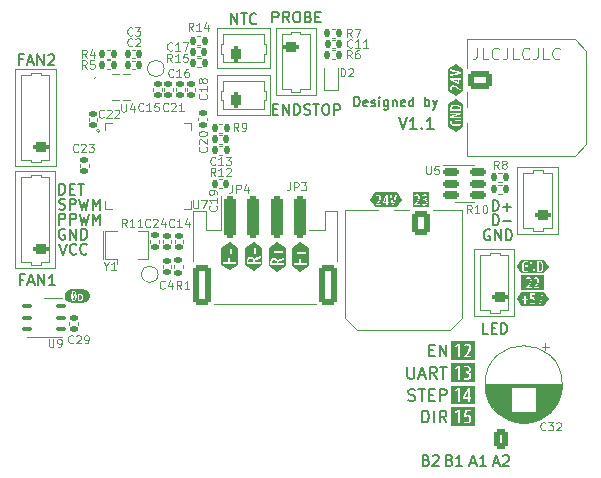
<source format=gto>
%TF.GenerationSoftware,KiCad,Pcbnew,(6.0.6)*%
%TF.CreationDate,2022-08-08T15:32:18+08:00*%
%TF.ProjectId,Stealthburner_Toolhead_PCB,53746561-6c74-4686-9275-726e65725f54,rev?*%
%TF.SameCoordinates,Original*%
%TF.FileFunction,Legend,Top*%
%TF.FilePolarity,Positive*%
%FSLAX46Y46*%
G04 Gerber Fmt 4.6, Leading zero omitted, Abs format (unit mm)*
G04 Created by KiCad (PCBNEW (6.0.6)) date 2022-08-08 15:32:18*
%MOMM*%
%LPD*%
G01*
G04 APERTURE LIST*
G04 Aperture macros list*
%AMRoundRect*
0 Rectangle with rounded corners*
0 $1 Rounding radius*
0 $2 $3 $4 $5 $6 $7 $8 $9 X,Y pos of 4 corners*
0 Add a 4 corners polygon primitive as box body*
4,1,4,$2,$3,$4,$5,$6,$7,$8,$9,$2,$3,0*
0 Add four circle primitives for the rounded corners*
1,1,$1+$1,$2,$3*
1,1,$1+$1,$4,$5*
1,1,$1+$1,$6,$7*
1,1,$1+$1,$8,$9*
0 Add four rect primitives between the rounded corners*
20,1,$1+$1,$2,$3,$4,$5,0*
20,1,$1+$1,$4,$5,$6,$7,0*
20,1,$1+$1,$6,$7,$8,$9,0*
20,1,$1+$1,$8,$9,$2,$3,0*%
%AMFreePoly0*
4,1,6,1.000000,0.000000,0.500000,-0.750000,-0.500000,-0.750000,-0.500000,0.750000,0.500000,0.750000,1.000000,0.000000,1.000000,0.000000,$1*%
%AMFreePoly1*
4,1,6,0.500000,-0.750000,-0.650000,-0.750000,-0.150000,0.000000,-0.650000,0.750000,0.500000,0.750000,0.500000,-0.750000,0.500000,-0.750000,$1*%
G04 Aperture macros list end*
%ADD10C,0.120000*%
%ADD11C,0.150000*%
%ADD12C,0.170000*%
%ADD13C,0.140000*%
%ADD14RoundRect,0.140000X-0.170000X0.140000X-0.170000X-0.140000X0.170000X-0.140000X0.170000X0.140000X0*%
%ADD15RoundRect,0.140000X0.170000X-0.140000X0.170000X0.140000X-0.170000X0.140000X-0.170000X-0.140000X0*%
%ADD16RoundRect,0.200000X-0.200000X-0.450000X0.200000X-0.450000X0.200000X0.450000X-0.200000X0.450000X0*%
%ADD17O,0.800000X1.300000*%
%ADD18R,0.812800X0.177800*%
%ADD19R,0.177800X0.812800*%
%ADD20R,3.200400X3.200400*%
%ADD21RoundRect,0.140000X-0.140000X-0.170000X0.140000X-0.170000X0.140000X0.170000X-0.140000X0.170000X0*%
%ADD22FreePoly0,0.000000*%
%ADD23FreePoly1,0.000000*%
%ADD24C,3.000000*%
%ADD25RoundRect,0.250001X0.499999X0.759999X-0.499999X0.759999X-0.499999X-0.759999X0.499999X-0.759999X0*%
%ADD26O,1.500000X2.020000*%
%ADD27RoundRect,0.135000X0.135000X0.185000X-0.135000X0.185000X-0.135000X-0.185000X0.135000X-0.185000X0*%
%ADD28RoundRect,0.200000X0.450000X-0.200000X0.450000X0.200000X-0.450000X0.200000X-0.450000X-0.200000X0*%
%ADD29O,1.300000X0.800000*%
%ADD30R,1.600000X1.600000*%
%ADD31C,1.600000*%
%ADD32C,1.000000*%
%ADD33RoundRect,0.135000X-0.135000X-0.185000X0.135000X-0.185000X0.135000X0.185000X-0.135000X0.185000X0*%
%ADD34RoundRect,0.250000X-0.250000X-1.500000X0.250000X-1.500000X0.250000X1.500000X-0.250000X1.500000X0*%
%ADD35RoundRect,0.250001X-0.499999X-1.449999X0.499999X-1.449999X0.499999X1.449999X-0.499999X1.449999X0*%
%ADD36C,5.000000*%
%ADD37R,0.700000X0.600000*%
%ADD38RoundRect,0.200000X-0.450000X0.200000X-0.450000X-0.200000X0.450000X-0.200000X0.450000X0.200000X0*%
%ADD39RoundRect,0.140000X0.140000X0.170000X-0.140000X0.170000X-0.140000X-0.170000X0.140000X-0.170000X0*%
%ADD40RoundRect,0.135000X-0.185000X0.135000X-0.185000X-0.135000X0.185000X-0.135000X0.185000X0.135000X0*%
%ADD41R,0.400000X1.900000*%
%ADD42RoundRect,0.100000X-0.300000X-0.100000X0.300000X-0.100000X0.300000X0.100000X-0.300000X0.100000X0*%
%ADD43R,1.500000X2.400000*%
%ADD44RoundRect,0.250001X-0.759999X0.499999X-0.759999X-0.499999X0.759999X-0.499999X0.759999X0.499999X0*%
%ADD45O,2.020000X1.500000*%
%ADD46R,0.812800X0.254000*%
%ADD47R,0.203200X1.600200*%
%ADD48RoundRect,0.150000X-0.512500X-0.150000X0.512500X-0.150000X0.512500X0.150000X-0.512500X0.150000X0*%
%ADD49RoundRect,0.250000X0.350000X0.625000X-0.350000X0.625000X-0.350000X-0.625000X0.350000X-0.625000X0*%
%ADD50O,1.200000X1.750000*%
G04 APERTURE END LIST*
D10*
X139668666Y-99375980D02*
X139668666Y-100090266D01*
X139621047Y-100233123D01*
X139525809Y-100328361D01*
X139382952Y-100375980D01*
X139287714Y-100375980D01*
X140621047Y-100375980D02*
X140144857Y-100375980D01*
X140144857Y-99375980D01*
X141525809Y-100280742D02*
X141478190Y-100328361D01*
X141335333Y-100375980D01*
X141240095Y-100375980D01*
X141097238Y-100328361D01*
X141002000Y-100233123D01*
X140954380Y-100137885D01*
X140906761Y-99947409D01*
X140906761Y-99804552D01*
X140954380Y-99614076D01*
X141002000Y-99518838D01*
X141097238Y-99423600D01*
X141240095Y-99375980D01*
X141335333Y-99375980D01*
X141478190Y-99423600D01*
X141525809Y-99471219D01*
X142240095Y-99375980D02*
X142240095Y-100090266D01*
X142192476Y-100233123D01*
X142097238Y-100328361D01*
X141954380Y-100375980D01*
X141859142Y-100375980D01*
X143192476Y-100375980D02*
X142716285Y-100375980D01*
X142716285Y-99375980D01*
X144097238Y-100280742D02*
X144049619Y-100328361D01*
X143906761Y-100375980D01*
X143811523Y-100375980D01*
X143668666Y-100328361D01*
X143573428Y-100233123D01*
X143525809Y-100137885D01*
X143478190Y-99947409D01*
X143478190Y-99804552D01*
X143525809Y-99614076D01*
X143573428Y-99518838D01*
X143668666Y-99423600D01*
X143811523Y-99375980D01*
X143906761Y-99375980D01*
X144049619Y-99423600D01*
X144097238Y-99471219D01*
X144811523Y-99375980D02*
X144811523Y-100090266D01*
X144763904Y-100233123D01*
X144668666Y-100328361D01*
X144525809Y-100375980D01*
X144430571Y-100375980D01*
X145763904Y-100375980D02*
X145287714Y-100375980D01*
X145287714Y-99375980D01*
X146668666Y-100280742D02*
X146621047Y-100328361D01*
X146478190Y-100375980D01*
X146382952Y-100375980D01*
X146240095Y-100328361D01*
X146144857Y-100233123D01*
X146097238Y-100137885D01*
X146049619Y-99947409D01*
X146049619Y-99804552D01*
X146097238Y-99614076D01*
X146144857Y-99518838D01*
X146240095Y-99423600D01*
X146382952Y-99375980D01*
X146478190Y-99375980D01*
X146621047Y-99423600D01*
X146668666Y-99471219D01*
D11*
X104283885Y-113038685D02*
X104412457Y-113081542D01*
X104626742Y-113081542D01*
X104712457Y-113038685D01*
X104755314Y-112995828D01*
X104798171Y-112910114D01*
X104798171Y-112824400D01*
X104755314Y-112738685D01*
X104712457Y-112695828D01*
X104626742Y-112652971D01*
X104455314Y-112610114D01*
X104369600Y-112567257D01*
X104326742Y-112524400D01*
X104283885Y-112438685D01*
X104283885Y-112352971D01*
X104326742Y-112267257D01*
X104369600Y-112224400D01*
X104455314Y-112181542D01*
X104669600Y-112181542D01*
X104798171Y-112224400D01*
X105183885Y-113081542D02*
X105183885Y-112181542D01*
X105526742Y-112181542D01*
X105612457Y-112224400D01*
X105655314Y-112267257D01*
X105698171Y-112352971D01*
X105698171Y-112481542D01*
X105655314Y-112567257D01*
X105612457Y-112610114D01*
X105526742Y-112652971D01*
X105183885Y-112652971D01*
X105998171Y-112181542D02*
X106212457Y-113081542D01*
X106383885Y-112438685D01*
X106555314Y-113081542D01*
X106769600Y-112181542D01*
X107112457Y-113081542D02*
X107112457Y-112181542D01*
X107412457Y-112824400D01*
X107712457Y-112181542D01*
X107712457Y-113081542D01*
X104305314Y-114351542D02*
X104305314Y-113451542D01*
X104648171Y-113451542D01*
X104733885Y-113494400D01*
X104776742Y-113537257D01*
X104819600Y-113622971D01*
X104819600Y-113751542D01*
X104776742Y-113837257D01*
X104733885Y-113880114D01*
X104648171Y-113922971D01*
X104305314Y-113922971D01*
X105205314Y-114351542D02*
X105205314Y-113451542D01*
X105548171Y-113451542D01*
X105633885Y-113494400D01*
X105676742Y-113537257D01*
X105719600Y-113622971D01*
X105719600Y-113751542D01*
X105676742Y-113837257D01*
X105633885Y-113880114D01*
X105548171Y-113922971D01*
X105205314Y-113922971D01*
X106019600Y-113451542D02*
X106233885Y-114351542D01*
X106405314Y-113708685D01*
X106576742Y-114351542D01*
X106791028Y-113451542D01*
X107133885Y-114351542D02*
X107133885Y-113451542D01*
X107433885Y-114094400D01*
X107733885Y-113451542D01*
X107733885Y-114351542D01*
X141089142Y-134516000D02*
X141517714Y-134516000D01*
X141003428Y-134773142D02*
X141303428Y-133873142D01*
X141603428Y-134773142D01*
X141860571Y-133958857D02*
X141903428Y-133916000D01*
X141989142Y-133873142D01*
X142203428Y-133873142D01*
X142289142Y-133916000D01*
X142332000Y-133958857D01*
X142374857Y-134044571D01*
X142374857Y-134130285D01*
X142332000Y-134258857D01*
X141817714Y-134773142D01*
X142374857Y-134773142D01*
X140594628Y-123597142D02*
X140166057Y-123597142D01*
X140166057Y-122697142D01*
X140894628Y-123125714D02*
X141194628Y-123125714D01*
X141323200Y-123597142D02*
X140894628Y-123597142D01*
X140894628Y-122697142D01*
X141323200Y-122697142D01*
X141708914Y-123597142D02*
X141708914Y-122697142D01*
X141923200Y-122697142D01*
X142051771Y-122740000D01*
X142137485Y-122825714D01*
X142180342Y-122911428D01*
X142223200Y-123082857D01*
X142223200Y-123211428D01*
X142180342Y-123382857D01*
X142137485Y-123468571D01*
X142051771Y-123554285D01*
X141923200Y-123597142D01*
X141708914Y-123597142D01*
X122414857Y-104583714D02*
X122714857Y-104583714D01*
X122843428Y-105055142D02*
X122414857Y-105055142D01*
X122414857Y-104155142D01*
X122843428Y-104155142D01*
X123229142Y-105055142D02*
X123229142Y-104155142D01*
X123743428Y-105055142D01*
X123743428Y-104155142D01*
X124172000Y-105055142D02*
X124172000Y-104155142D01*
X124386285Y-104155142D01*
X124514857Y-104198000D01*
X124600571Y-104283714D01*
X124643428Y-104369428D01*
X124686285Y-104540857D01*
X124686285Y-104669428D01*
X124643428Y-104840857D01*
X124600571Y-104926571D01*
X124514857Y-105012285D01*
X124386285Y-105055142D01*
X124172000Y-105055142D01*
X125029142Y-105012285D02*
X125157714Y-105055142D01*
X125372000Y-105055142D01*
X125457714Y-105012285D01*
X125500571Y-104969428D01*
X125543428Y-104883714D01*
X125543428Y-104798000D01*
X125500571Y-104712285D01*
X125457714Y-104669428D01*
X125372000Y-104626571D01*
X125200571Y-104583714D01*
X125114857Y-104540857D01*
X125072000Y-104498000D01*
X125029142Y-104412285D01*
X125029142Y-104326571D01*
X125072000Y-104240857D01*
X125114857Y-104198000D01*
X125200571Y-104155142D01*
X125414857Y-104155142D01*
X125543428Y-104198000D01*
X125800571Y-104155142D02*
X126314857Y-104155142D01*
X126057714Y-105055142D02*
X126057714Y-104155142D01*
X126786285Y-104155142D02*
X126957714Y-104155142D01*
X127043428Y-104198000D01*
X127129142Y-104283714D01*
X127172000Y-104455142D01*
X127172000Y-104755142D01*
X127129142Y-104926571D01*
X127043428Y-105012285D01*
X126957714Y-105055142D01*
X126786285Y-105055142D01*
X126700571Y-105012285D01*
X126614857Y-104926571D01*
X126572000Y-104755142D01*
X126572000Y-104455142D01*
X126614857Y-104283714D01*
X126700571Y-104198000D01*
X126786285Y-104155142D01*
X127557714Y-105055142D02*
X127557714Y-104155142D01*
X127900571Y-104155142D01*
X127986285Y-104198000D01*
X128029142Y-104240857D01*
X128072000Y-104326571D01*
X128072000Y-104455142D01*
X128029142Y-104540857D01*
X127986285Y-104583714D01*
X127900571Y-104626571D01*
X127557714Y-104626571D01*
X139107942Y-134516000D02*
X139536514Y-134516000D01*
X139022228Y-134773142D02*
X139322228Y-133873142D01*
X139622228Y-134773142D01*
X140393657Y-134773142D02*
X139879371Y-134773142D01*
X140136514Y-134773142D02*
X140136514Y-133873142D01*
X140050800Y-134001714D01*
X139965085Y-134087428D01*
X139879371Y-134130285D01*
X137354514Y-134301714D02*
X137483085Y-134344571D01*
X137525942Y-134387428D01*
X137568800Y-134473142D01*
X137568800Y-134601714D01*
X137525942Y-134687428D01*
X137483085Y-134730285D01*
X137397371Y-134773142D01*
X137054514Y-134773142D01*
X137054514Y-133873142D01*
X137354514Y-133873142D01*
X137440228Y-133916000D01*
X137483085Y-133958857D01*
X137525942Y-134044571D01*
X137525942Y-134130285D01*
X137483085Y-134216000D01*
X137440228Y-134258857D01*
X137354514Y-134301714D01*
X137054514Y-134301714D01*
X138425942Y-134773142D02*
X137911657Y-134773142D01*
X138168800Y-134773142D02*
X138168800Y-133873142D01*
X138083085Y-134001714D01*
X137997371Y-134087428D01*
X137911657Y-134130285D01*
D12*
X133045390Y-105268780D02*
X133378723Y-106268780D01*
X133712057Y-105268780D01*
X134569200Y-106268780D02*
X133997771Y-106268780D01*
X134283485Y-106268780D02*
X134283485Y-105268780D01*
X134188247Y-105411638D01*
X134093009Y-105506876D01*
X133997771Y-105554495D01*
X134997771Y-106173542D02*
X135045390Y-106221161D01*
X134997771Y-106268780D01*
X134950152Y-106221161D01*
X134997771Y-106173542D01*
X134997771Y-106268780D01*
X135997771Y-106268780D02*
X135426342Y-106268780D01*
X135712057Y-106268780D02*
X135712057Y-105268780D01*
X135616819Y-105411638D01*
X135521580Y-105506876D01*
X135426342Y-105554495D01*
D11*
X104311600Y-115991542D02*
X104611600Y-116891542D01*
X104911600Y-115991542D01*
X105725885Y-116805828D02*
X105683028Y-116848685D01*
X105554457Y-116891542D01*
X105468742Y-116891542D01*
X105340171Y-116848685D01*
X105254457Y-116762971D01*
X105211600Y-116677257D01*
X105168742Y-116505828D01*
X105168742Y-116377257D01*
X105211600Y-116205828D01*
X105254457Y-116120114D01*
X105340171Y-116034400D01*
X105468742Y-115991542D01*
X105554457Y-115991542D01*
X105683028Y-116034400D01*
X105725885Y-116077257D01*
X106625885Y-116805828D02*
X106583028Y-116848685D01*
X106454457Y-116891542D01*
X106368742Y-116891542D01*
X106240171Y-116848685D01*
X106154457Y-116762971D01*
X106111600Y-116677257D01*
X106068742Y-116505828D01*
X106068742Y-116377257D01*
X106111600Y-116205828D01*
X106154457Y-116120114D01*
X106240171Y-116034400D01*
X106368742Y-115991542D01*
X106454457Y-115991542D01*
X106583028Y-116034400D01*
X106625885Y-116077257D01*
X122344114Y-97231942D02*
X122344114Y-96331942D01*
X122686971Y-96331942D01*
X122772685Y-96374800D01*
X122815542Y-96417657D01*
X122858400Y-96503371D01*
X122858400Y-96631942D01*
X122815542Y-96717657D01*
X122772685Y-96760514D01*
X122686971Y-96803371D01*
X122344114Y-96803371D01*
X123758400Y-97231942D02*
X123458400Y-96803371D01*
X123244114Y-97231942D02*
X123244114Y-96331942D01*
X123586971Y-96331942D01*
X123672685Y-96374800D01*
X123715542Y-96417657D01*
X123758400Y-96503371D01*
X123758400Y-96631942D01*
X123715542Y-96717657D01*
X123672685Y-96760514D01*
X123586971Y-96803371D01*
X123244114Y-96803371D01*
X124315542Y-96331942D02*
X124486971Y-96331942D01*
X124572685Y-96374800D01*
X124658400Y-96460514D01*
X124701257Y-96631942D01*
X124701257Y-96931942D01*
X124658400Y-97103371D01*
X124572685Y-97189085D01*
X124486971Y-97231942D01*
X124315542Y-97231942D01*
X124229828Y-97189085D01*
X124144114Y-97103371D01*
X124101257Y-96931942D01*
X124101257Y-96631942D01*
X124144114Y-96460514D01*
X124229828Y-96374800D01*
X124315542Y-96331942D01*
X125386971Y-96760514D02*
X125515542Y-96803371D01*
X125558400Y-96846228D01*
X125601257Y-96931942D01*
X125601257Y-97060514D01*
X125558400Y-97146228D01*
X125515542Y-97189085D01*
X125429828Y-97231942D01*
X125086971Y-97231942D01*
X125086971Y-96331942D01*
X125386971Y-96331942D01*
X125472685Y-96374800D01*
X125515542Y-96417657D01*
X125558400Y-96503371D01*
X125558400Y-96589085D01*
X125515542Y-96674800D01*
X125472685Y-96717657D01*
X125386971Y-96760514D01*
X125086971Y-96760514D01*
X125986971Y-96760514D02*
X126286971Y-96760514D01*
X126415542Y-97231942D02*
X125986971Y-97231942D01*
X125986971Y-96331942D01*
X126415542Y-96331942D01*
X133773453Y-126401580D02*
X133773453Y-127211104D01*
X133821072Y-127306342D01*
X133868692Y-127353961D01*
X133963930Y-127401580D01*
X134154406Y-127401580D01*
X134249644Y-127353961D01*
X134297263Y-127306342D01*
X134344882Y-127211104D01*
X134344882Y-126401580D01*
X134773453Y-127115866D02*
X135249644Y-127115866D01*
X134678215Y-127401580D02*
X135011549Y-126401580D01*
X135344882Y-127401580D01*
X136249644Y-127401580D02*
X135916311Y-126925390D01*
X135678215Y-127401580D02*
X135678215Y-126401580D01*
X136059168Y-126401580D01*
X136154406Y-126449200D01*
X136202025Y-126496819D01*
X136249644Y-126592057D01*
X136249644Y-126734914D01*
X136202025Y-126830152D01*
X136154406Y-126877771D01*
X136059168Y-126925390D01*
X135678215Y-126925390D01*
X136535358Y-126401580D02*
X137106787Y-126401580D01*
X136821072Y-127401580D02*
X136821072Y-126401580D01*
X104775085Y-114764400D02*
X104689371Y-114721542D01*
X104560800Y-114721542D01*
X104432228Y-114764400D01*
X104346514Y-114850114D01*
X104303657Y-114935828D01*
X104260800Y-115107257D01*
X104260800Y-115235828D01*
X104303657Y-115407257D01*
X104346514Y-115492971D01*
X104432228Y-115578685D01*
X104560800Y-115621542D01*
X104646514Y-115621542D01*
X104775085Y-115578685D01*
X104817942Y-115535828D01*
X104817942Y-115235828D01*
X104646514Y-115235828D01*
X105203657Y-115621542D02*
X105203657Y-114721542D01*
X105717942Y-115621542D01*
X105717942Y-114721542D01*
X106146514Y-115621542D02*
X106146514Y-114721542D01*
X106360800Y-114721542D01*
X106489371Y-114764400D01*
X106575085Y-114850114D01*
X106617942Y-114935828D01*
X106660800Y-115107257D01*
X106660800Y-115235828D01*
X106617942Y-115407257D01*
X106575085Y-115492971D01*
X106489371Y-115578685D01*
X106360800Y-115621542D01*
X106146514Y-115621542D01*
X135029092Y-131109980D02*
X135029092Y-130109980D01*
X135267187Y-130109980D01*
X135410044Y-130157600D01*
X135505282Y-130252838D01*
X135552901Y-130348076D01*
X135600520Y-130538552D01*
X135600520Y-130681409D01*
X135552901Y-130871885D01*
X135505282Y-130967123D01*
X135410044Y-131062361D01*
X135267187Y-131109980D01*
X135029092Y-131109980D01*
X136029092Y-131109980D02*
X136029092Y-130109980D01*
X137076711Y-131109980D02*
X136743377Y-130633790D01*
X136505282Y-131109980D02*
X136505282Y-130109980D01*
X136886234Y-130109980D01*
X136981472Y-130157600D01*
X137029092Y-130205219D01*
X137076711Y-130300457D01*
X137076711Y-130443314D01*
X137029092Y-130538552D01*
X136981472Y-130586171D01*
X136886234Y-130633790D01*
X136505282Y-130633790D01*
D13*
X129273733Y-104349504D02*
X129273733Y-103549504D01*
X129464209Y-103549504D01*
X129578495Y-103587600D01*
X129654685Y-103663790D01*
X129692780Y-103739980D01*
X129730876Y-103892361D01*
X129730876Y-104006647D01*
X129692780Y-104159028D01*
X129654685Y-104235219D01*
X129578495Y-104311409D01*
X129464209Y-104349504D01*
X129273733Y-104349504D01*
X130378495Y-104311409D02*
X130302304Y-104349504D01*
X130149923Y-104349504D01*
X130073733Y-104311409D01*
X130035638Y-104235219D01*
X130035638Y-103930457D01*
X130073733Y-103854266D01*
X130149923Y-103816171D01*
X130302304Y-103816171D01*
X130378495Y-103854266D01*
X130416590Y-103930457D01*
X130416590Y-104006647D01*
X130035638Y-104082838D01*
X130721352Y-104311409D02*
X130797542Y-104349504D01*
X130949923Y-104349504D01*
X131026114Y-104311409D01*
X131064209Y-104235219D01*
X131064209Y-104197123D01*
X131026114Y-104120933D01*
X130949923Y-104082838D01*
X130835638Y-104082838D01*
X130759447Y-104044742D01*
X130721352Y-103968552D01*
X130721352Y-103930457D01*
X130759447Y-103854266D01*
X130835638Y-103816171D01*
X130949923Y-103816171D01*
X131026114Y-103854266D01*
X131407066Y-104349504D02*
X131407066Y-103816171D01*
X131407066Y-103549504D02*
X131368971Y-103587600D01*
X131407066Y-103625695D01*
X131445161Y-103587600D01*
X131407066Y-103549504D01*
X131407066Y-103625695D01*
X132130876Y-103816171D02*
X132130876Y-104463790D01*
X132092780Y-104539980D01*
X132054685Y-104578076D01*
X131978495Y-104616171D01*
X131864209Y-104616171D01*
X131788019Y-104578076D01*
X132130876Y-104311409D02*
X132054685Y-104349504D01*
X131902304Y-104349504D01*
X131826114Y-104311409D01*
X131788019Y-104273314D01*
X131749923Y-104197123D01*
X131749923Y-103968552D01*
X131788019Y-103892361D01*
X131826114Y-103854266D01*
X131902304Y-103816171D01*
X132054685Y-103816171D01*
X132130876Y-103854266D01*
X132511828Y-103816171D02*
X132511828Y-104349504D01*
X132511828Y-103892361D02*
X132549923Y-103854266D01*
X132626114Y-103816171D01*
X132740400Y-103816171D01*
X132816590Y-103854266D01*
X132854685Y-103930457D01*
X132854685Y-104349504D01*
X133540400Y-104311409D02*
X133464209Y-104349504D01*
X133311828Y-104349504D01*
X133235638Y-104311409D01*
X133197542Y-104235219D01*
X133197542Y-103930457D01*
X133235638Y-103854266D01*
X133311828Y-103816171D01*
X133464209Y-103816171D01*
X133540400Y-103854266D01*
X133578495Y-103930457D01*
X133578495Y-104006647D01*
X133197542Y-104082838D01*
X134264209Y-104349504D02*
X134264209Y-103549504D01*
X134264209Y-104311409D02*
X134188019Y-104349504D01*
X134035638Y-104349504D01*
X133959447Y-104311409D01*
X133921352Y-104273314D01*
X133883257Y-104197123D01*
X133883257Y-103968552D01*
X133921352Y-103892361D01*
X133959447Y-103854266D01*
X134035638Y-103816171D01*
X134188019Y-103816171D01*
X134264209Y-103854266D01*
X135254685Y-104349504D02*
X135254685Y-103549504D01*
X135254685Y-103854266D02*
X135330876Y-103816171D01*
X135483257Y-103816171D01*
X135559447Y-103854266D01*
X135597542Y-103892361D01*
X135635638Y-103968552D01*
X135635638Y-104197123D01*
X135597542Y-104273314D01*
X135559447Y-104311409D01*
X135483257Y-104349504D01*
X135330876Y-104349504D01*
X135254685Y-104311409D01*
X135902304Y-103816171D02*
X136092780Y-104349504D01*
X136283257Y-103816171D02*
X136092780Y-104349504D01*
X136016590Y-104539980D01*
X135978495Y-104578076D01*
X135902304Y-104616171D01*
D11*
X140989942Y-113183142D02*
X140989942Y-112283142D01*
X141204228Y-112283142D01*
X141332800Y-112326000D01*
X141418514Y-112411714D01*
X141461371Y-112497428D01*
X141504228Y-112668857D01*
X141504228Y-112797428D01*
X141461371Y-112968857D01*
X141418514Y-113054571D01*
X141332800Y-113140285D01*
X141204228Y-113183142D01*
X140989942Y-113183142D01*
X141889942Y-112840285D02*
X142575657Y-112840285D01*
X142232800Y-113183142D02*
X142232800Y-112497428D01*
X101204857Y-100367314D02*
X100904857Y-100367314D01*
X100904857Y-100838742D02*
X100904857Y-99938742D01*
X101333428Y-99938742D01*
X101633428Y-100581600D02*
X102062000Y-100581600D01*
X101547714Y-100838742D02*
X101847714Y-99938742D01*
X102147714Y-100838742D01*
X102447714Y-100838742D02*
X102447714Y-99938742D01*
X102962000Y-100838742D01*
X102962000Y-99938742D01*
X103347714Y-100024457D02*
X103390571Y-99981600D01*
X103476285Y-99938742D01*
X103690571Y-99938742D01*
X103776285Y-99981600D01*
X103819142Y-100024457D01*
X103862000Y-100110171D01*
X103862000Y-100195885D01*
X103819142Y-100324457D01*
X103304857Y-100838742D01*
X103862000Y-100838742D01*
X118838000Y-97384342D02*
X118838000Y-96484342D01*
X119352285Y-97384342D01*
X119352285Y-96484342D01*
X119652285Y-96484342D02*
X120166571Y-96484342D01*
X119909428Y-97384342D02*
X119909428Y-96484342D01*
X120980857Y-97298628D02*
X120938000Y-97341485D01*
X120809428Y-97384342D01*
X120723714Y-97384342D01*
X120595142Y-97341485D01*
X120509428Y-97255771D01*
X120466571Y-97170057D01*
X120423714Y-96998628D01*
X120423714Y-96870057D01*
X120466571Y-96698628D01*
X120509428Y-96612914D01*
X120595142Y-96527200D01*
X120723714Y-96484342D01*
X120809428Y-96484342D01*
X120938000Y-96527200D01*
X120980857Y-96570057D01*
X135595796Y-124998171D02*
X135929130Y-124998171D01*
X136071987Y-125521980D02*
X135595796Y-125521980D01*
X135595796Y-124521980D01*
X136071987Y-124521980D01*
X136500558Y-125521980D02*
X136500558Y-124521980D01*
X137071987Y-125521980D01*
X137071987Y-124521980D01*
X135373314Y-134301714D02*
X135501885Y-134344571D01*
X135544742Y-134387428D01*
X135587600Y-134473142D01*
X135587600Y-134601714D01*
X135544742Y-134687428D01*
X135501885Y-134730285D01*
X135416171Y-134773142D01*
X135073314Y-134773142D01*
X135073314Y-133873142D01*
X135373314Y-133873142D01*
X135459028Y-133916000D01*
X135501885Y-133958857D01*
X135544742Y-134044571D01*
X135544742Y-134130285D01*
X135501885Y-134216000D01*
X135459028Y-134258857D01*
X135373314Y-134301714D01*
X135073314Y-134301714D01*
X135930457Y-133958857D02*
X135973314Y-133916000D01*
X136059028Y-133873142D01*
X136273314Y-133873142D01*
X136359028Y-133916000D01*
X136401885Y-133958857D01*
X136444742Y-134044571D01*
X136444742Y-134130285D01*
X136401885Y-134258857D01*
X135887600Y-134773142D01*
X136444742Y-134773142D01*
X104271885Y-111811542D02*
X104271885Y-110911542D01*
X104486171Y-110911542D01*
X104614742Y-110954400D01*
X104700457Y-111040114D01*
X104743314Y-111125828D01*
X104786171Y-111297257D01*
X104786171Y-111425828D01*
X104743314Y-111597257D01*
X104700457Y-111682971D01*
X104614742Y-111768685D01*
X104486171Y-111811542D01*
X104271885Y-111811542D01*
X105171885Y-111340114D02*
X105471885Y-111340114D01*
X105600457Y-111811542D02*
X105171885Y-111811542D01*
X105171885Y-110911542D01*
X105600457Y-110911542D01*
X105857600Y-110911542D02*
X106371885Y-110911542D01*
X106114742Y-111811542D02*
X106114742Y-110911542D01*
X101255657Y-119010914D02*
X100955657Y-119010914D01*
X100955657Y-119482342D02*
X100955657Y-118582342D01*
X101384228Y-118582342D01*
X101684228Y-119225200D02*
X102112800Y-119225200D01*
X101598514Y-119482342D02*
X101898514Y-118582342D01*
X102198514Y-119482342D01*
X102498514Y-119482342D02*
X102498514Y-118582342D01*
X103012800Y-119482342D01*
X103012800Y-118582342D01*
X103912800Y-119482342D02*
X103398514Y-119482342D01*
X103655657Y-119482342D02*
X103655657Y-118582342D01*
X103569942Y-118710914D01*
X103484228Y-118796628D01*
X103398514Y-118839485D01*
X133851244Y-129233561D02*
X133994101Y-129281180D01*
X134232196Y-129281180D01*
X134327434Y-129233561D01*
X134375053Y-129185942D01*
X134422672Y-129090704D01*
X134422672Y-128995466D01*
X134375053Y-128900228D01*
X134327434Y-128852609D01*
X134232196Y-128804990D01*
X134041720Y-128757371D01*
X133946482Y-128709752D01*
X133898863Y-128662133D01*
X133851244Y-128566895D01*
X133851244Y-128471657D01*
X133898863Y-128376419D01*
X133946482Y-128328800D01*
X134041720Y-128281180D01*
X134279815Y-128281180D01*
X134422672Y-128328800D01*
X134708387Y-128281180D02*
X135279815Y-128281180D01*
X134994101Y-129281180D02*
X134994101Y-128281180D01*
X135613149Y-128757371D02*
X135946482Y-128757371D01*
X136089339Y-129281180D02*
X135613149Y-129281180D01*
X135613149Y-128281180D01*
X136089339Y-128281180D01*
X136517911Y-129281180D02*
X136517911Y-128281180D01*
X136898863Y-128281180D01*
X136994101Y-128328800D01*
X137041720Y-128376419D01*
X137089339Y-128471657D01*
X137089339Y-128614514D01*
X137041720Y-128709752D01*
X136994101Y-128757371D01*
X136898863Y-128804990D01*
X136517911Y-128804990D01*
X140741485Y-114815200D02*
X140655771Y-114772342D01*
X140527200Y-114772342D01*
X140398628Y-114815200D01*
X140312914Y-114900914D01*
X140270057Y-114986628D01*
X140227200Y-115158057D01*
X140227200Y-115286628D01*
X140270057Y-115458057D01*
X140312914Y-115543771D01*
X140398628Y-115629485D01*
X140527200Y-115672342D01*
X140612914Y-115672342D01*
X140741485Y-115629485D01*
X140784342Y-115586628D01*
X140784342Y-115286628D01*
X140612914Y-115286628D01*
X141170057Y-115672342D02*
X141170057Y-114772342D01*
X141684342Y-115672342D01*
X141684342Y-114772342D01*
X142112914Y-115672342D02*
X142112914Y-114772342D01*
X142327200Y-114772342D01*
X142455771Y-114815200D01*
X142541485Y-114900914D01*
X142584342Y-114986628D01*
X142627200Y-115158057D01*
X142627200Y-115286628D01*
X142584342Y-115458057D01*
X142541485Y-115543771D01*
X142455771Y-115629485D01*
X142327200Y-115672342D01*
X142112914Y-115672342D01*
X140989942Y-114402342D02*
X140989942Y-113502342D01*
X141204228Y-113502342D01*
X141332800Y-113545200D01*
X141418514Y-113630914D01*
X141461371Y-113716628D01*
X141504228Y-113888057D01*
X141504228Y-114016628D01*
X141461371Y-114188057D01*
X141418514Y-114273771D01*
X141332800Y-114359485D01*
X141204228Y-114402342D01*
X140989942Y-114402342D01*
X141889942Y-114059485D02*
X142575657Y-114059485D01*
D10*
%TO.C,C24*%
X111970400Y-114499200D02*
X111937066Y-114532533D01*
X111837066Y-114565866D01*
X111770400Y-114565866D01*
X111670400Y-114532533D01*
X111603733Y-114465866D01*
X111570400Y-114399200D01*
X111537066Y-114265866D01*
X111537066Y-114165866D01*
X111570400Y-114032533D01*
X111603733Y-113965866D01*
X111670400Y-113899200D01*
X111770400Y-113865866D01*
X111837066Y-113865866D01*
X111937066Y-113899200D01*
X111970400Y-113932533D01*
X112237066Y-113932533D02*
X112270400Y-113899200D01*
X112337066Y-113865866D01*
X112503733Y-113865866D01*
X112570400Y-113899200D01*
X112603733Y-113932533D01*
X112637066Y-113999200D01*
X112637066Y-114065866D01*
X112603733Y-114165866D01*
X112203733Y-114565866D01*
X112637066Y-114565866D01*
X113237066Y-114099200D02*
X113237066Y-114565866D01*
X113070400Y-113832533D02*
X112903733Y-114332533D01*
X113337066Y-114332533D01*
%TO.C,C16*%
X113951600Y-101799200D02*
X113918266Y-101832533D01*
X113818266Y-101865866D01*
X113751600Y-101865866D01*
X113651600Y-101832533D01*
X113584933Y-101765866D01*
X113551600Y-101699200D01*
X113518266Y-101565866D01*
X113518266Y-101465866D01*
X113551600Y-101332533D01*
X113584933Y-101265866D01*
X113651600Y-101199200D01*
X113751600Y-101165866D01*
X113818266Y-101165866D01*
X113918266Y-101199200D01*
X113951600Y-101232533D01*
X114618266Y-101865866D02*
X114218266Y-101865866D01*
X114418266Y-101865866D02*
X114418266Y-101165866D01*
X114351600Y-101265866D01*
X114284933Y-101332533D01*
X114218266Y-101365866D01*
X115218266Y-101165866D02*
X115084933Y-101165866D01*
X115018266Y-101199200D01*
X114984933Y-101232533D01*
X114918266Y-101332533D01*
X114884933Y-101465866D01*
X114884933Y-101732533D01*
X114918266Y-101799200D01*
X114951600Y-101832533D01*
X115018266Y-101865866D01*
X115151600Y-101865866D01*
X115218266Y-101832533D01*
X115251600Y-101799200D01*
X115284933Y-101732533D01*
X115284933Y-101565866D01*
X115251600Y-101499200D01*
X115218266Y-101465866D01*
X115151600Y-101432533D01*
X115018266Y-101432533D01*
X114951600Y-101465866D01*
X114918266Y-101499200D01*
X114884933Y-101565866D01*
%TO.C,U7*%
X115646266Y-112291066D02*
X115646266Y-112857733D01*
X115679600Y-112924400D01*
X115712933Y-112957733D01*
X115779600Y-112991066D01*
X115912933Y-112991066D01*
X115979600Y-112957733D01*
X116012933Y-112924400D01*
X116046266Y-112857733D01*
X116046266Y-112291066D01*
X116312933Y-112291066D02*
X116779600Y-112291066D01*
X116479600Y-112991066D01*
%TO.C,C19*%
X117598000Y-112768800D02*
X117631333Y-112802133D01*
X117664666Y-112902133D01*
X117664666Y-112968800D01*
X117631333Y-113068800D01*
X117564666Y-113135466D01*
X117498000Y-113168800D01*
X117364666Y-113202133D01*
X117264666Y-113202133D01*
X117131333Y-113168800D01*
X117064666Y-113135466D01*
X116998000Y-113068800D01*
X116964666Y-112968800D01*
X116964666Y-112902133D01*
X116998000Y-112802133D01*
X117031333Y-112768800D01*
X117664666Y-112102133D02*
X117664666Y-112502133D01*
X117664666Y-112302133D02*
X116964666Y-112302133D01*
X117064666Y-112368800D01*
X117131333Y-112435466D01*
X117164666Y-112502133D01*
X117664666Y-111768800D02*
X117664666Y-111635466D01*
X117631333Y-111568800D01*
X117598000Y-111535466D01*
X117498000Y-111468800D01*
X117364666Y-111435466D01*
X117098000Y-111435466D01*
X117031333Y-111468800D01*
X116998000Y-111502133D01*
X116964666Y-111568800D01*
X116964666Y-111702133D01*
X116998000Y-111768800D01*
X117031333Y-111802133D01*
X117098000Y-111835466D01*
X117264666Y-111835466D01*
X117331333Y-111802133D01*
X117364666Y-111768800D01*
X117398000Y-111702133D01*
X117398000Y-111568800D01*
X117364666Y-111502133D01*
X117331333Y-111468800D01*
X117264666Y-111435466D01*
%TO.C,JP4*%
X118949066Y-110970266D02*
X118949066Y-111470266D01*
X118915733Y-111570266D01*
X118849066Y-111636933D01*
X118749066Y-111670266D01*
X118682400Y-111670266D01*
X119282400Y-111670266D02*
X119282400Y-110970266D01*
X119549066Y-110970266D01*
X119615733Y-111003600D01*
X119649066Y-111036933D01*
X119682400Y-111103600D01*
X119682400Y-111203600D01*
X119649066Y-111270266D01*
X119615733Y-111303600D01*
X119549066Y-111336933D01*
X119282400Y-111336933D01*
X120282400Y-111203600D02*
X120282400Y-111670266D01*
X120115733Y-110936933D02*
X119949066Y-111436933D01*
X120382400Y-111436933D01*
%TO.C,R5*%
X106614133Y-101154666D02*
X106380800Y-100821333D01*
X106214133Y-101154666D02*
X106214133Y-100454666D01*
X106480800Y-100454666D01*
X106547466Y-100488000D01*
X106580800Y-100521333D01*
X106614133Y-100588000D01*
X106614133Y-100688000D01*
X106580800Y-100754666D01*
X106547466Y-100788000D01*
X106480800Y-100821333D01*
X106214133Y-100821333D01*
X107247466Y-100454666D02*
X106914133Y-100454666D01*
X106880800Y-100788000D01*
X106914133Y-100754666D01*
X106980800Y-100721333D01*
X107147466Y-100721333D01*
X107214133Y-100754666D01*
X107247466Y-100788000D01*
X107280800Y-100854666D01*
X107280800Y-101021333D01*
X107247466Y-101088000D01*
X107214133Y-101121333D01*
X107147466Y-101154666D01*
X106980800Y-101154666D01*
X106914133Y-101121333D01*
X106880800Y-101088000D01*
%TO.C,JP3*%
X123825866Y-110767066D02*
X123825866Y-111267066D01*
X123792533Y-111367066D01*
X123725866Y-111433733D01*
X123625866Y-111467066D01*
X123559200Y-111467066D01*
X124159200Y-111467066D02*
X124159200Y-110767066D01*
X124425866Y-110767066D01*
X124492533Y-110800400D01*
X124525866Y-110833733D01*
X124559200Y-110900400D01*
X124559200Y-111000400D01*
X124525866Y-111067066D01*
X124492533Y-111100400D01*
X124425866Y-111133733D01*
X124159200Y-111133733D01*
X124792533Y-110767066D02*
X125225866Y-110767066D01*
X124992533Y-111033733D01*
X125092533Y-111033733D01*
X125159200Y-111067066D01*
X125192533Y-111100400D01*
X125225866Y-111167066D01*
X125225866Y-111333733D01*
X125192533Y-111400400D01*
X125159200Y-111433733D01*
X125092533Y-111467066D01*
X124892533Y-111467066D01*
X124825866Y-111433733D01*
X124792533Y-111400400D01*
%TO.C,C32*%
X145447600Y-131720400D02*
X145414266Y-131753733D01*
X145314266Y-131787066D01*
X145247600Y-131787066D01*
X145147600Y-131753733D01*
X145080933Y-131687066D01*
X145047600Y-131620400D01*
X145014266Y-131487066D01*
X145014266Y-131387066D01*
X145047600Y-131253733D01*
X145080933Y-131187066D01*
X145147600Y-131120400D01*
X145247600Y-131087066D01*
X145314266Y-131087066D01*
X145414266Y-131120400D01*
X145447600Y-131153733D01*
X145680933Y-131087066D02*
X146114266Y-131087066D01*
X145880933Y-131353733D01*
X145980933Y-131353733D01*
X146047600Y-131387066D01*
X146080933Y-131420400D01*
X146114266Y-131487066D01*
X146114266Y-131653733D01*
X146080933Y-131720400D01*
X146047600Y-131753733D01*
X145980933Y-131787066D01*
X145780933Y-131787066D01*
X145714266Y-131753733D01*
X145680933Y-131720400D01*
X146380933Y-131153733D02*
X146414266Y-131120400D01*
X146480933Y-131087066D01*
X146647600Y-131087066D01*
X146714266Y-131120400D01*
X146747600Y-131153733D01*
X146780933Y-131220400D01*
X146780933Y-131287066D01*
X146747600Y-131387066D01*
X146347600Y-131787066D01*
X146780933Y-131787066D01*
%TO.C,C18*%
X116734400Y-103320000D02*
X116767733Y-103353333D01*
X116801066Y-103453333D01*
X116801066Y-103520000D01*
X116767733Y-103620000D01*
X116701066Y-103686666D01*
X116634400Y-103720000D01*
X116501066Y-103753333D01*
X116401066Y-103753333D01*
X116267733Y-103720000D01*
X116201066Y-103686666D01*
X116134400Y-103620000D01*
X116101066Y-103520000D01*
X116101066Y-103453333D01*
X116134400Y-103353333D01*
X116167733Y-103320000D01*
X116801066Y-102653333D02*
X116801066Y-103053333D01*
X116801066Y-102853333D02*
X116101066Y-102853333D01*
X116201066Y-102920000D01*
X116267733Y-102986666D01*
X116301066Y-103053333D01*
X116401066Y-102253333D02*
X116367733Y-102320000D01*
X116334400Y-102353333D01*
X116267733Y-102386666D01*
X116234400Y-102386666D01*
X116167733Y-102353333D01*
X116134400Y-102320000D01*
X116101066Y-102253333D01*
X116101066Y-102120000D01*
X116134400Y-102053333D01*
X116167733Y-102020000D01*
X116234400Y-101986666D01*
X116267733Y-101986666D01*
X116334400Y-102020000D01*
X116367733Y-102053333D01*
X116401066Y-102120000D01*
X116401066Y-102253333D01*
X116434400Y-102320000D01*
X116467733Y-102353333D01*
X116534400Y-102386666D01*
X116667733Y-102386666D01*
X116734400Y-102353333D01*
X116767733Y-102320000D01*
X116801066Y-102253333D01*
X116801066Y-102120000D01*
X116767733Y-102053333D01*
X116734400Y-102020000D01*
X116667733Y-101986666D01*
X116534400Y-101986666D01*
X116467733Y-102020000D01*
X116434400Y-102053333D01*
X116401066Y-102120000D01*
%TO.C,R14*%
X115639600Y-97952666D02*
X115406266Y-97619333D01*
X115239600Y-97952666D02*
X115239600Y-97252666D01*
X115506266Y-97252666D01*
X115572933Y-97286000D01*
X115606266Y-97319333D01*
X115639600Y-97386000D01*
X115639600Y-97486000D01*
X115606266Y-97552666D01*
X115572933Y-97586000D01*
X115506266Y-97619333D01*
X115239600Y-97619333D01*
X116306266Y-97952666D02*
X115906266Y-97952666D01*
X116106266Y-97952666D02*
X116106266Y-97252666D01*
X116039600Y-97352666D01*
X115972933Y-97419333D01*
X115906266Y-97452666D01*
X116906266Y-97486000D02*
X116906266Y-97952666D01*
X116739600Y-97219333D02*
X116572933Y-97719333D01*
X117006266Y-97719333D01*
%TO.C,R7*%
X129067733Y-98462266D02*
X128834400Y-98128933D01*
X128667733Y-98462266D02*
X128667733Y-97762266D01*
X128934400Y-97762266D01*
X129001066Y-97795600D01*
X129034400Y-97828933D01*
X129067733Y-97895600D01*
X129067733Y-97995600D01*
X129034400Y-98062266D01*
X129001066Y-98095600D01*
X128934400Y-98128933D01*
X128667733Y-98128933D01*
X129301066Y-97762266D02*
X129767733Y-97762266D01*
X129467733Y-98462266D01*
%TO.C,C15*%
X111411600Y-104694800D02*
X111378266Y-104728133D01*
X111278266Y-104761466D01*
X111211600Y-104761466D01*
X111111600Y-104728133D01*
X111044933Y-104661466D01*
X111011600Y-104594800D01*
X110978266Y-104461466D01*
X110978266Y-104361466D01*
X111011600Y-104228133D01*
X111044933Y-104161466D01*
X111111600Y-104094800D01*
X111211600Y-104061466D01*
X111278266Y-104061466D01*
X111378266Y-104094800D01*
X111411600Y-104128133D01*
X112078266Y-104761466D02*
X111678266Y-104761466D01*
X111878266Y-104761466D02*
X111878266Y-104061466D01*
X111811600Y-104161466D01*
X111744933Y-104228133D01*
X111678266Y-104261466D01*
X112711600Y-104061466D02*
X112378266Y-104061466D01*
X112344933Y-104394800D01*
X112378266Y-104361466D01*
X112444933Y-104328133D01*
X112611600Y-104328133D01*
X112678266Y-104361466D01*
X112711600Y-104394800D01*
X112744933Y-104461466D01*
X112744933Y-104628133D01*
X112711600Y-104694800D01*
X112678266Y-104728133D01*
X112611600Y-104761466D01*
X112444933Y-104761466D01*
X112378266Y-104728133D01*
X112344933Y-104694800D01*
%TO.C,C23*%
X105874400Y-108149200D02*
X105841066Y-108182533D01*
X105741066Y-108215866D01*
X105674400Y-108215866D01*
X105574400Y-108182533D01*
X105507733Y-108115866D01*
X105474400Y-108049200D01*
X105441066Y-107915866D01*
X105441066Y-107815866D01*
X105474400Y-107682533D01*
X105507733Y-107615866D01*
X105574400Y-107549200D01*
X105674400Y-107515866D01*
X105741066Y-107515866D01*
X105841066Y-107549200D01*
X105874400Y-107582533D01*
X106141066Y-107582533D02*
X106174400Y-107549200D01*
X106241066Y-107515866D01*
X106407733Y-107515866D01*
X106474400Y-107549200D01*
X106507733Y-107582533D01*
X106541066Y-107649200D01*
X106541066Y-107715866D01*
X106507733Y-107815866D01*
X106107733Y-108215866D01*
X106541066Y-108215866D01*
X106774400Y-107515866D02*
X107207733Y-107515866D01*
X106974400Y-107782533D01*
X107074400Y-107782533D01*
X107141066Y-107815866D01*
X107174400Y-107849200D01*
X107207733Y-107915866D01*
X107207733Y-108082533D01*
X107174400Y-108149200D01*
X107141066Y-108182533D01*
X107074400Y-108215866D01*
X106874400Y-108215866D01*
X106807733Y-108182533D01*
X106774400Y-108149200D01*
%TO.C,D2*%
X128108933Y-101815066D02*
X128108933Y-101115066D01*
X128275600Y-101115066D01*
X128375600Y-101148400D01*
X128442266Y-101215066D01*
X128475600Y-101281733D01*
X128508933Y-101415066D01*
X128508933Y-101515066D01*
X128475600Y-101648400D01*
X128442266Y-101715066D01*
X128375600Y-101781733D01*
X128275600Y-101815066D01*
X128108933Y-101815066D01*
X128775600Y-101181733D02*
X128808933Y-101148400D01*
X128875600Y-101115066D01*
X129042266Y-101115066D01*
X129108933Y-101148400D01*
X129142266Y-101181733D01*
X129175600Y-101248400D01*
X129175600Y-101315066D01*
X129142266Y-101415066D01*
X128742266Y-101815066D01*
X129175600Y-101815066D01*
%TO.C,R12*%
X117507600Y-110247866D02*
X117274266Y-109914533D01*
X117107600Y-110247866D02*
X117107600Y-109547866D01*
X117374266Y-109547866D01*
X117440933Y-109581200D01*
X117474266Y-109614533D01*
X117507600Y-109681200D01*
X117507600Y-109781200D01*
X117474266Y-109847866D01*
X117440933Y-109881200D01*
X117374266Y-109914533D01*
X117107600Y-109914533D01*
X118174266Y-110247866D02*
X117774266Y-110247866D01*
X117974266Y-110247866D02*
X117974266Y-109547866D01*
X117907600Y-109647866D01*
X117840933Y-109714533D01*
X117774266Y-109747866D01*
X118440933Y-109614533D02*
X118474266Y-109581200D01*
X118540933Y-109547866D01*
X118707600Y-109547866D01*
X118774266Y-109581200D01*
X118807600Y-109614533D01*
X118840933Y-109681200D01*
X118840933Y-109747866D01*
X118807600Y-109847866D01*
X118407600Y-110247866D01*
X118840933Y-110247866D01*
%TO.C,C4*%
X113218133Y-119731600D02*
X113184800Y-119764933D01*
X113084800Y-119798266D01*
X113018133Y-119798266D01*
X112918133Y-119764933D01*
X112851466Y-119698266D01*
X112818133Y-119631600D01*
X112784800Y-119498266D01*
X112784800Y-119398266D01*
X112818133Y-119264933D01*
X112851466Y-119198266D01*
X112918133Y-119131600D01*
X113018133Y-119098266D01*
X113084800Y-119098266D01*
X113184800Y-119131600D01*
X113218133Y-119164933D01*
X113818133Y-119331600D02*
X113818133Y-119798266D01*
X113651466Y-119064933D02*
X113484800Y-119564933D01*
X113918133Y-119564933D01*
%TO.C,C29*%
X105468000Y-124354400D02*
X105434666Y-124387733D01*
X105334666Y-124421066D01*
X105268000Y-124421066D01*
X105168000Y-124387733D01*
X105101333Y-124321066D01*
X105068000Y-124254400D01*
X105034666Y-124121066D01*
X105034666Y-124021066D01*
X105068000Y-123887733D01*
X105101333Y-123821066D01*
X105168000Y-123754400D01*
X105268000Y-123721066D01*
X105334666Y-123721066D01*
X105434666Y-123754400D01*
X105468000Y-123787733D01*
X105734666Y-123787733D02*
X105768000Y-123754400D01*
X105834666Y-123721066D01*
X106001333Y-123721066D01*
X106068000Y-123754400D01*
X106101333Y-123787733D01*
X106134666Y-123854400D01*
X106134666Y-123921066D01*
X106101333Y-124021066D01*
X105701333Y-124421066D01*
X106134666Y-124421066D01*
X106468000Y-124421066D02*
X106601333Y-124421066D01*
X106668000Y-124387733D01*
X106701333Y-124354400D01*
X106768000Y-124254400D01*
X106801333Y-124121066D01*
X106801333Y-123854400D01*
X106768000Y-123787733D01*
X106734666Y-123754400D01*
X106668000Y-123721066D01*
X106534666Y-123721066D01*
X106468000Y-123754400D01*
X106434666Y-123787733D01*
X106401333Y-123854400D01*
X106401333Y-124021066D01*
X106434666Y-124087733D01*
X106468000Y-124121066D01*
X106534666Y-124154400D01*
X106668000Y-124154400D01*
X106734666Y-124121066D01*
X106768000Y-124087733D01*
X106801333Y-124021066D01*
%TO.C,C13*%
X117507600Y-109266800D02*
X117474266Y-109300133D01*
X117374266Y-109333466D01*
X117307600Y-109333466D01*
X117207600Y-109300133D01*
X117140933Y-109233466D01*
X117107600Y-109166800D01*
X117074266Y-109033466D01*
X117074266Y-108933466D01*
X117107600Y-108800133D01*
X117140933Y-108733466D01*
X117207600Y-108666800D01*
X117307600Y-108633466D01*
X117374266Y-108633466D01*
X117474266Y-108666800D01*
X117507600Y-108700133D01*
X118174266Y-109333466D02*
X117774266Y-109333466D01*
X117974266Y-109333466D02*
X117974266Y-108633466D01*
X117907600Y-108733466D01*
X117840933Y-108800133D01*
X117774266Y-108833466D01*
X118407600Y-108633466D02*
X118840933Y-108633466D01*
X118607600Y-108900133D01*
X118707600Y-108900133D01*
X118774266Y-108933466D01*
X118807600Y-108966800D01*
X118840933Y-109033466D01*
X118840933Y-109200133D01*
X118807600Y-109266800D01*
X118774266Y-109300133D01*
X118707600Y-109333466D01*
X118507600Y-109333466D01*
X118440933Y-109300133D01*
X118407600Y-109266800D01*
%TO.C,R4*%
X106614133Y-100240266D02*
X106380800Y-99906933D01*
X106214133Y-100240266D02*
X106214133Y-99540266D01*
X106480800Y-99540266D01*
X106547466Y-99573600D01*
X106580800Y-99606933D01*
X106614133Y-99673600D01*
X106614133Y-99773600D01*
X106580800Y-99840266D01*
X106547466Y-99873600D01*
X106480800Y-99906933D01*
X106214133Y-99906933D01*
X107214133Y-99773600D02*
X107214133Y-100240266D01*
X107047466Y-99506933D02*
X106880800Y-100006933D01*
X107314133Y-100006933D01*
%TO.C,R11*%
X109989200Y-114565866D02*
X109755866Y-114232533D01*
X109589200Y-114565866D02*
X109589200Y-113865866D01*
X109855866Y-113865866D01*
X109922533Y-113899200D01*
X109955866Y-113932533D01*
X109989200Y-113999200D01*
X109989200Y-114099200D01*
X109955866Y-114165866D01*
X109922533Y-114199200D01*
X109855866Y-114232533D01*
X109589200Y-114232533D01*
X110655866Y-114565866D02*
X110255866Y-114565866D01*
X110455866Y-114565866D02*
X110455866Y-113865866D01*
X110389200Y-113965866D01*
X110322533Y-114032533D01*
X110255866Y-114065866D01*
X111322533Y-114565866D02*
X110922533Y-114565866D01*
X111122533Y-114565866D02*
X111122533Y-113865866D01*
X111055866Y-113965866D01*
X110989200Y-114032533D01*
X110922533Y-114065866D01*
%TO.C,R8*%
X141513733Y-109638266D02*
X141280400Y-109304933D01*
X141113733Y-109638266D02*
X141113733Y-108938266D01*
X141380400Y-108938266D01*
X141447066Y-108971600D01*
X141480400Y-109004933D01*
X141513733Y-109071600D01*
X141513733Y-109171600D01*
X141480400Y-109238266D01*
X141447066Y-109271600D01*
X141380400Y-109304933D01*
X141113733Y-109304933D01*
X141913733Y-109238266D02*
X141847066Y-109204933D01*
X141813733Y-109171600D01*
X141780400Y-109104933D01*
X141780400Y-109071600D01*
X141813733Y-109004933D01*
X141847066Y-108971600D01*
X141913733Y-108938266D01*
X142047066Y-108938266D01*
X142113733Y-108971600D01*
X142147066Y-109004933D01*
X142180400Y-109071600D01*
X142180400Y-109104933D01*
X142147066Y-109171600D01*
X142113733Y-109204933D01*
X142047066Y-109238266D01*
X141913733Y-109238266D01*
X141847066Y-109271600D01*
X141813733Y-109304933D01*
X141780400Y-109371600D01*
X141780400Y-109504933D01*
X141813733Y-109571600D01*
X141847066Y-109604933D01*
X141913733Y-109638266D01*
X142047066Y-109638266D01*
X142113733Y-109604933D01*
X142147066Y-109571600D01*
X142180400Y-109504933D01*
X142180400Y-109371600D01*
X142147066Y-109304933D01*
X142113733Y-109271600D01*
X142047066Y-109238266D01*
%TO.C,Y1*%
X108277066Y-117890133D02*
X108277066Y-118223466D01*
X108043733Y-117523466D02*
X108277066Y-117890133D01*
X108510400Y-117523466D01*
X109110400Y-118223466D02*
X108710400Y-118223466D01*
X108910400Y-118223466D02*
X108910400Y-117523466D01*
X108843733Y-117623466D01*
X108777066Y-117690133D01*
X108710400Y-117723466D01*
%TO.C,R6*%
X129067733Y-100291066D02*
X128834400Y-99957733D01*
X128667733Y-100291066D02*
X128667733Y-99591066D01*
X128934400Y-99591066D01*
X129001066Y-99624400D01*
X129034400Y-99657733D01*
X129067733Y-99724400D01*
X129067733Y-99824400D01*
X129034400Y-99891066D01*
X129001066Y-99924400D01*
X128934400Y-99957733D01*
X128667733Y-99957733D01*
X129667733Y-99591066D02*
X129534400Y-99591066D01*
X129467733Y-99624400D01*
X129434400Y-99657733D01*
X129367733Y-99757733D01*
X129334400Y-99891066D01*
X129334400Y-100157733D01*
X129367733Y-100224400D01*
X129401066Y-100257733D01*
X129467733Y-100291066D01*
X129601066Y-100291066D01*
X129667733Y-100257733D01*
X129701066Y-100224400D01*
X129734400Y-100157733D01*
X129734400Y-99991066D01*
X129701066Y-99924400D01*
X129667733Y-99891066D01*
X129601066Y-99857733D01*
X129467733Y-99857733D01*
X129401066Y-99891066D01*
X129367733Y-99924400D01*
X129334400Y-99991066D01*
%TO.C,C17*%
X113850000Y-99564000D02*
X113816666Y-99597333D01*
X113716666Y-99630666D01*
X113650000Y-99630666D01*
X113550000Y-99597333D01*
X113483333Y-99530666D01*
X113450000Y-99464000D01*
X113416666Y-99330666D01*
X113416666Y-99230666D01*
X113450000Y-99097333D01*
X113483333Y-99030666D01*
X113550000Y-98964000D01*
X113650000Y-98930666D01*
X113716666Y-98930666D01*
X113816666Y-98964000D01*
X113850000Y-98997333D01*
X114516666Y-99630666D02*
X114116666Y-99630666D01*
X114316666Y-99630666D02*
X114316666Y-98930666D01*
X114250000Y-99030666D01*
X114183333Y-99097333D01*
X114116666Y-99130666D01*
X114750000Y-98930666D02*
X115216666Y-98930666D01*
X114916666Y-99630666D01*
%TO.C,U9*%
X103403466Y-124025866D02*
X103403466Y-124592533D01*
X103436800Y-124659200D01*
X103470133Y-124692533D01*
X103536800Y-124725866D01*
X103670133Y-124725866D01*
X103736800Y-124692533D01*
X103770133Y-124659200D01*
X103803466Y-124592533D01*
X103803466Y-124025866D01*
X104170133Y-124725866D02*
X104303466Y-124725866D01*
X104370133Y-124692533D01*
X104403466Y-124659200D01*
X104470133Y-124559200D01*
X104503466Y-124425866D01*
X104503466Y-124159200D01*
X104470133Y-124092533D01*
X104436800Y-124059200D01*
X104370133Y-124025866D01*
X104236800Y-124025866D01*
X104170133Y-124059200D01*
X104136800Y-124092533D01*
X104103466Y-124159200D01*
X104103466Y-124325866D01*
X104136800Y-124392533D01*
X104170133Y-124425866D01*
X104236800Y-124459200D01*
X104370133Y-124459200D01*
X104436800Y-124425866D01*
X104470133Y-124392533D01*
X104503466Y-124325866D01*
%TO.C,R10*%
X139199200Y-113397466D02*
X138965866Y-113064133D01*
X138799200Y-113397466D02*
X138799200Y-112697466D01*
X139065866Y-112697466D01*
X139132533Y-112730800D01*
X139165866Y-112764133D01*
X139199200Y-112830800D01*
X139199200Y-112930800D01*
X139165866Y-112997466D01*
X139132533Y-113030800D01*
X139065866Y-113064133D01*
X138799200Y-113064133D01*
X139865866Y-113397466D02*
X139465866Y-113397466D01*
X139665866Y-113397466D02*
X139665866Y-112697466D01*
X139599200Y-112797466D01*
X139532533Y-112864133D01*
X139465866Y-112897466D01*
X140299200Y-112697466D02*
X140365866Y-112697466D01*
X140432533Y-112730800D01*
X140465866Y-112764133D01*
X140499200Y-112830800D01*
X140532533Y-112964133D01*
X140532533Y-113130800D01*
X140499200Y-113264133D01*
X140465866Y-113330800D01*
X140432533Y-113364133D01*
X140365866Y-113397466D01*
X140299200Y-113397466D01*
X140232533Y-113364133D01*
X140199200Y-113330800D01*
X140165866Y-113264133D01*
X140132533Y-113130800D01*
X140132533Y-112964133D01*
X140165866Y-112830800D01*
X140199200Y-112764133D01*
X140232533Y-112730800D01*
X140299200Y-112697466D01*
%TO.C,C21*%
X113494400Y-104694800D02*
X113461066Y-104728133D01*
X113361066Y-104761466D01*
X113294400Y-104761466D01*
X113194400Y-104728133D01*
X113127733Y-104661466D01*
X113094400Y-104594800D01*
X113061066Y-104461466D01*
X113061066Y-104361466D01*
X113094400Y-104228133D01*
X113127733Y-104161466D01*
X113194400Y-104094800D01*
X113294400Y-104061466D01*
X113361066Y-104061466D01*
X113461066Y-104094800D01*
X113494400Y-104128133D01*
X113761066Y-104128133D02*
X113794400Y-104094800D01*
X113861066Y-104061466D01*
X114027733Y-104061466D01*
X114094400Y-104094800D01*
X114127733Y-104128133D01*
X114161066Y-104194800D01*
X114161066Y-104261466D01*
X114127733Y-104361466D01*
X113727733Y-104761466D01*
X114161066Y-104761466D01*
X114827733Y-104761466D02*
X114427733Y-104761466D01*
X114627733Y-104761466D02*
X114627733Y-104061466D01*
X114561066Y-104161466D01*
X114494400Y-104228133D01*
X114427733Y-104261466D01*
%TO.C,C20*%
X116734400Y-107790400D02*
X116767733Y-107823733D01*
X116801066Y-107923733D01*
X116801066Y-107990400D01*
X116767733Y-108090400D01*
X116701066Y-108157066D01*
X116634400Y-108190400D01*
X116501066Y-108223733D01*
X116401066Y-108223733D01*
X116267733Y-108190400D01*
X116201066Y-108157066D01*
X116134400Y-108090400D01*
X116101066Y-107990400D01*
X116101066Y-107923733D01*
X116134400Y-107823733D01*
X116167733Y-107790400D01*
X116167733Y-107523733D02*
X116134400Y-107490400D01*
X116101066Y-107423733D01*
X116101066Y-107257066D01*
X116134400Y-107190400D01*
X116167733Y-107157066D01*
X116234400Y-107123733D01*
X116301066Y-107123733D01*
X116401066Y-107157066D01*
X116801066Y-107557066D01*
X116801066Y-107123733D01*
X116101066Y-106690400D02*
X116101066Y-106623733D01*
X116134400Y-106557066D01*
X116167733Y-106523733D01*
X116234400Y-106490400D01*
X116367733Y-106457066D01*
X116534400Y-106457066D01*
X116667733Y-106490400D01*
X116734400Y-106523733D01*
X116767733Y-106557066D01*
X116801066Y-106623733D01*
X116801066Y-106690400D01*
X116767733Y-106757066D01*
X116734400Y-106790400D01*
X116667733Y-106823733D01*
X116534400Y-106857066D01*
X116367733Y-106857066D01*
X116234400Y-106823733D01*
X116167733Y-106790400D01*
X116134400Y-106757066D01*
X116101066Y-106690400D01*
%TO.C,U4*%
X109550266Y-104112266D02*
X109550266Y-104678933D01*
X109583600Y-104745600D01*
X109616933Y-104778933D01*
X109683600Y-104812266D01*
X109816933Y-104812266D01*
X109883600Y-104778933D01*
X109916933Y-104745600D01*
X109950266Y-104678933D01*
X109950266Y-104112266D01*
X110583600Y-104345600D02*
X110583600Y-104812266D01*
X110416933Y-104078933D02*
X110250266Y-104578933D01*
X110683600Y-104578933D01*
%TO.C,R15*%
X113850000Y-100595866D02*
X113616666Y-100262533D01*
X113450000Y-100595866D02*
X113450000Y-99895866D01*
X113716666Y-99895866D01*
X113783333Y-99929200D01*
X113816666Y-99962533D01*
X113850000Y-100029200D01*
X113850000Y-100129200D01*
X113816666Y-100195866D01*
X113783333Y-100229200D01*
X113716666Y-100262533D01*
X113450000Y-100262533D01*
X114516666Y-100595866D02*
X114116666Y-100595866D01*
X114316666Y-100595866D02*
X114316666Y-99895866D01*
X114250000Y-99995866D01*
X114183333Y-100062533D01*
X114116666Y-100095866D01*
X115150000Y-99895866D02*
X114816666Y-99895866D01*
X114783333Y-100229200D01*
X114816666Y-100195866D01*
X114883333Y-100162533D01*
X115050000Y-100162533D01*
X115116666Y-100195866D01*
X115150000Y-100229200D01*
X115183333Y-100295866D01*
X115183333Y-100462533D01*
X115150000Y-100529200D01*
X115116666Y-100562533D01*
X115050000Y-100595866D01*
X114883333Y-100595866D01*
X114816666Y-100562533D01*
X114783333Y-100529200D01*
%TO.C,C3*%
X110474933Y-98294000D02*
X110441600Y-98327333D01*
X110341600Y-98360666D01*
X110274933Y-98360666D01*
X110174933Y-98327333D01*
X110108266Y-98260666D01*
X110074933Y-98194000D01*
X110041600Y-98060666D01*
X110041600Y-97960666D01*
X110074933Y-97827333D01*
X110108266Y-97760666D01*
X110174933Y-97694000D01*
X110274933Y-97660666D01*
X110341600Y-97660666D01*
X110441600Y-97694000D01*
X110474933Y-97727333D01*
X110708266Y-97660666D02*
X111141600Y-97660666D01*
X110908266Y-97927333D01*
X111008266Y-97927333D01*
X111074933Y-97960666D01*
X111108266Y-97994000D01*
X111141600Y-98060666D01*
X111141600Y-98227333D01*
X111108266Y-98294000D01*
X111074933Y-98327333D01*
X111008266Y-98360666D01*
X110808266Y-98360666D01*
X110741600Y-98327333D01*
X110708266Y-98294000D01*
%TO.C,C11*%
X129090000Y-99310000D02*
X129056666Y-99343333D01*
X128956666Y-99376666D01*
X128890000Y-99376666D01*
X128790000Y-99343333D01*
X128723333Y-99276666D01*
X128690000Y-99210000D01*
X128656666Y-99076666D01*
X128656666Y-98976666D01*
X128690000Y-98843333D01*
X128723333Y-98776666D01*
X128790000Y-98710000D01*
X128890000Y-98676666D01*
X128956666Y-98676666D01*
X129056666Y-98710000D01*
X129090000Y-98743333D01*
X129756666Y-99376666D02*
X129356666Y-99376666D01*
X129556666Y-99376666D02*
X129556666Y-98676666D01*
X129490000Y-98776666D01*
X129423333Y-98843333D01*
X129356666Y-98876666D01*
X130423333Y-99376666D02*
X130023333Y-99376666D01*
X130223333Y-99376666D02*
X130223333Y-98676666D01*
X130156666Y-98776666D01*
X130090000Y-98843333D01*
X130023333Y-98876666D01*
%TO.C,C22*%
X108058800Y-105253600D02*
X108025466Y-105286933D01*
X107925466Y-105320266D01*
X107858800Y-105320266D01*
X107758800Y-105286933D01*
X107692133Y-105220266D01*
X107658800Y-105153600D01*
X107625466Y-105020266D01*
X107625466Y-104920266D01*
X107658800Y-104786933D01*
X107692133Y-104720266D01*
X107758800Y-104653600D01*
X107858800Y-104620266D01*
X107925466Y-104620266D01*
X108025466Y-104653600D01*
X108058800Y-104686933D01*
X108325466Y-104686933D02*
X108358800Y-104653600D01*
X108425466Y-104620266D01*
X108592133Y-104620266D01*
X108658800Y-104653600D01*
X108692133Y-104686933D01*
X108725466Y-104753600D01*
X108725466Y-104820266D01*
X108692133Y-104920266D01*
X108292133Y-105320266D01*
X108725466Y-105320266D01*
X108992133Y-104686933D02*
X109025466Y-104653600D01*
X109092133Y-104620266D01*
X109258800Y-104620266D01*
X109325466Y-104653600D01*
X109358800Y-104686933D01*
X109392133Y-104753600D01*
X109392133Y-104820266D01*
X109358800Y-104920266D01*
X108958800Y-105320266D01*
X109392133Y-105320266D01*
%TO.C,U5*%
X135356666Y-109395466D02*
X135356666Y-109962133D01*
X135390000Y-110028800D01*
X135423333Y-110062133D01*
X135490000Y-110095466D01*
X135623333Y-110095466D01*
X135690000Y-110062133D01*
X135723333Y-110028800D01*
X135756666Y-109962133D01*
X135756666Y-109395466D01*
X136423333Y-109395466D02*
X136090000Y-109395466D01*
X136056666Y-109728800D01*
X136090000Y-109695466D01*
X136156666Y-109662133D01*
X136323333Y-109662133D01*
X136390000Y-109695466D01*
X136423333Y-109728800D01*
X136456666Y-109795466D01*
X136456666Y-109962133D01*
X136423333Y-110028800D01*
X136390000Y-110062133D01*
X136323333Y-110095466D01*
X136156666Y-110095466D01*
X136090000Y-110062133D01*
X136056666Y-110028800D01*
%TO.C,R1*%
X114640533Y-119798266D02*
X114407200Y-119464933D01*
X114240533Y-119798266D02*
X114240533Y-119098266D01*
X114507200Y-119098266D01*
X114573866Y-119131600D01*
X114607200Y-119164933D01*
X114640533Y-119231600D01*
X114640533Y-119331600D01*
X114607200Y-119398266D01*
X114573866Y-119431600D01*
X114507200Y-119464933D01*
X114240533Y-119464933D01*
X115307200Y-119798266D02*
X114907200Y-119798266D01*
X115107200Y-119798266D02*
X115107200Y-119098266D01*
X115040533Y-119198266D01*
X114973866Y-119264933D01*
X114907200Y-119298266D01*
%TO.C,C2*%
X110474933Y-99208400D02*
X110441600Y-99241733D01*
X110341600Y-99275066D01*
X110274933Y-99275066D01*
X110174933Y-99241733D01*
X110108266Y-99175066D01*
X110074933Y-99108400D01*
X110041600Y-98975066D01*
X110041600Y-98875066D01*
X110074933Y-98741733D01*
X110108266Y-98675066D01*
X110174933Y-98608400D01*
X110274933Y-98575066D01*
X110341600Y-98575066D01*
X110441600Y-98608400D01*
X110474933Y-98641733D01*
X110741600Y-98641733D02*
X110774933Y-98608400D01*
X110841600Y-98575066D01*
X111008266Y-98575066D01*
X111074933Y-98608400D01*
X111108266Y-98641733D01*
X111141600Y-98708400D01*
X111141600Y-98775066D01*
X111108266Y-98875066D01*
X110708266Y-99275066D01*
X111141600Y-99275066D01*
%TO.C,C14*%
X114002400Y-114499200D02*
X113969066Y-114532533D01*
X113869066Y-114565866D01*
X113802400Y-114565866D01*
X113702400Y-114532533D01*
X113635733Y-114465866D01*
X113602400Y-114399200D01*
X113569066Y-114265866D01*
X113569066Y-114165866D01*
X113602400Y-114032533D01*
X113635733Y-113965866D01*
X113702400Y-113899200D01*
X113802400Y-113865866D01*
X113869066Y-113865866D01*
X113969066Y-113899200D01*
X114002400Y-113932533D01*
X114669066Y-114565866D02*
X114269066Y-114565866D01*
X114469066Y-114565866D02*
X114469066Y-113865866D01*
X114402400Y-113965866D01*
X114335733Y-114032533D01*
X114269066Y-114065866D01*
X115269066Y-114099200D02*
X115269066Y-114565866D01*
X115102400Y-113832533D02*
X114935733Y-114332533D01*
X115369066Y-114332533D01*
%TO.C,R9*%
X119466533Y-106437866D02*
X119233200Y-106104533D01*
X119066533Y-106437866D02*
X119066533Y-105737866D01*
X119333200Y-105737866D01*
X119399866Y-105771200D01*
X119433200Y-105804533D01*
X119466533Y-105871200D01*
X119466533Y-105971200D01*
X119433200Y-106037866D01*
X119399866Y-106071200D01*
X119333200Y-106104533D01*
X119066533Y-106104533D01*
X119799866Y-106437866D02*
X119933200Y-106437866D01*
X119999866Y-106404533D01*
X120033200Y-106371200D01*
X120099866Y-106271200D01*
X120133200Y-106137866D01*
X120133200Y-105871200D01*
X120099866Y-105804533D01*
X120066533Y-105771200D01*
X119999866Y-105737866D01*
X119866533Y-105737866D01*
X119799866Y-105771200D01*
X119766533Y-105804533D01*
X119733200Y-105871200D01*
X119733200Y-106037866D01*
X119766533Y-106104533D01*
X119799866Y-106137866D01*
X119866533Y-106171200D01*
X119999866Y-106171200D01*
X120066533Y-106137866D01*
X120099866Y-106104533D01*
X120133200Y-106037866D01*
%TO.C,C24*%
X113794800Y-115668564D02*
X113794800Y-115884236D01*
X113074800Y-115668564D02*
X113074800Y-115884236D01*
%TO.C,C16*%
X114914000Y-103028636D02*
X114914000Y-102812964D01*
X114194000Y-103028636D02*
X114194000Y-102812964D01*
%TO.C,J4*%
X118178400Y-102185200D02*
X119903400Y-102185200D01*
X119903400Y-104585200D02*
X118178400Y-104585200D01*
X117978400Y-103835200D02*
X117978400Y-103035200D01*
X121828400Y-103035200D02*
X121628400Y-103035200D01*
X117668400Y-105095200D02*
X122138400Y-105095200D01*
X121828400Y-103835200D02*
X121828400Y-103035200D01*
X117978400Y-103035200D02*
X118178400Y-103035200D01*
X119903400Y-104585200D02*
X121628400Y-104585200D01*
X121628400Y-103835200D02*
X121828400Y-103835200D01*
X118178400Y-103035200D02*
X118178400Y-102185200D01*
X122138400Y-101675200D02*
X117668400Y-101675200D01*
X118178400Y-104585200D02*
X118178400Y-103835200D01*
X122138400Y-105095200D02*
X122138400Y-101675200D01*
X121628400Y-102185200D02*
X119903400Y-102185200D01*
X121628400Y-103035200D02*
X121628400Y-102185200D01*
X121628400Y-104585200D02*
X121628400Y-103835200D01*
X118178400Y-103835200D02*
X117978400Y-103835200D01*
X117668400Y-101675200D02*
X117668400Y-105095200D01*
%TO.C,U7*%
X108178600Y-112394365D02*
X108178600Y-113004600D01*
X115443000Y-113004600D02*
X115443000Y-112394365D01*
X108178600Y-105740200D02*
X108178600Y-106350435D01*
X115443000Y-105740200D02*
X114832765Y-105740200D01*
X114832765Y-113004600D02*
X115443000Y-113004600D01*
X115443000Y-106350435D02*
X115443000Y-105740200D01*
X108788835Y-105740200D02*
X108178600Y-105740200D01*
X108178600Y-113004600D02*
X108788835Y-113004600D01*
X107738084Y-106426000D02*
G75*
G03*
X107738084Y-106426000I-143684J0D01*
G01*
%TO.C,kibuzzard-62BB2280*%
G36*
X134212330Y-111633000D02*
G01*
X135637270Y-111633000D01*
X135637270Y-112903000D01*
X134212330Y-112903000D01*
X134212330Y-112731550D01*
X134371080Y-112731550D01*
X134828280Y-112731550D01*
X134828280Y-112703610D01*
X134989570Y-112703610D01*
X135089265Y-112734090D01*
X135192770Y-112744250D01*
X135280082Y-112736489D01*
X135351520Y-112713206D01*
X135407083Y-112674400D01*
X135446770Y-112620072D01*
X135470583Y-112550222D01*
X135478520Y-112464850D01*
X135468201Y-112375633D01*
X135437245Y-112307370D01*
X135385651Y-112260063D01*
X135313420Y-112233710D01*
X135313420Y-112232440D01*
X135380095Y-112200134D01*
X135427720Y-112151478D01*
X135456295Y-112086469D01*
X135465820Y-112005110D01*
X135449945Y-111915734D01*
X135402320Y-111848265D01*
X135325168Y-111805879D01*
X135220710Y-111791750D01*
X135151848Y-111796689D01*
X135080728Y-111811506D01*
X135007350Y-111836200D01*
X135007350Y-111954310D01*
X135105775Y-111914305D01*
X135195310Y-111900970D01*
X135268688Y-111914517D01*
X135312714Y-111955157D01*
X135327390Y-112022890D01*
X135315960Y-112094327D01*
X135281670Y-112143540D01*
X135221662Y-112172115D01*
X135133080Y-112181640D01*
X135107680Y-112181640D01*
X135107680Y-112293400D01*
X135133080Y-112293400D01*
X135228330Y-112303084D01*
X135290560Y-112332135D01*
X135324850Y-112383094D01*
X135336280Y-112458500D01*
X135326279Y-112535176D01*
X135296275Y-112589945D01*
X135246269Y-112622806D01*
X135176260Y-112633760D01*
X135081963Y-112620743D01*
X134989570Y-112581690D01*
X134989570Y-112703610D01*
X134828280Y-112703610D01*
X134828280Y-112621060D01*
X134518400Y-112621060D01*
X134518400Y-112618520D01*
X134592893Y-112529779D01*
X134656354Y-112446435D01*
X134708781Y-112368489D01*
X134750175Y-112295940D01*
X134790039Y-112205347D01*
X134813957Y-112119833D01*
X134821930Y-112039400D01*
X134807484Y-111932244D01*
X134764145Y-111854615D01*
X134693501Y-111807466D01*
X134597140Y-111791750D01*
X134516707Y-111799088D01*
X134441353Y-111821101D01*
X134371080Y-111857790D01*
X134371080Y-111977170D01*
X134442623Y-111935542D01*
X134508240Y-111910566D01*
X134567930Y-111902240D01*
X134651115Y-111936530D01*
X134671594Y-111980980D01*
X134678420Y-112045750D01*
X134672148Y-112115341D01*
X134653331Y-112189130D01*
X134621970Y-112267119D01*
X134578064Y-112349306D01*
X134521614Y-112435692D01*
X134452619Y-112526277D01*
X134371080Y-112621060D01*
X134371080Y-112731550D01*
X134212330Y-112731550D01*
X134212330Y-111633000D01*
G37*
%TO.C,kibuzzard-62BB2226*%
G36*
X137871200Y-103473462D02*
G01*
X137242550Y-103054362D01*
X137242550Y-102775385D01*
X137401300Y-102775385D01*
X137408638Y-102855818D01*
X137430651Y-102931172D01*
X137467340Y-103001445D01*
X137586720Y-103001445D01*
X137545092Y-102929902D01*
X137520116Y-102864285D01*
X137511790Y-102804595D01*
X137546080Y-102721410D01*
X137590530Y-102700931D01*
X137655300Y-102694105D01*
X137724891Y-102700377D01*
X137798680Y-102719194D01*
X137876669Y-102750555D01*
X137958856Y-102794461D01*
X138045242Y-102850911D01*
X138135827Y-102919906D01*
X138230610Y-103001445D01*
X138341100Y-103001445D01*
X138341100Y-102544245D01*
X138230610Y-102544245D01*
X138230610Y-102854125D01*
X138228070Y-102854125D01*
X138139329Y-102779632D01*
X138055985Y-102716171D01*
X137978039Y-102663744D01*
X137905490Y-102622350D01*
X137814897Y-102582486D01*
X137729383Y-102558568D01*
X137648950Y-102550595D01*
X137541794Y-102565041D01*
X137464165Y-102608380D01*
X137417016Y-102679024D01*
X137401300Y-102775385D01*
X137242550Y-102775385D01*
X137242550Y-102116255D01*
X137414000Y-102116255D01*
X138026140Y-102417245D01*
X138135360Y-102417245D01*
X138135360Y-102102285D01*
X138341100Y-102102285D01*
X138341100Y-101962585D01*
X138135360Y-101962585D01*
X138135360Y-101858445D01*
X138026140Y-101858445D01*
X138026140Y-101962585D01*
X137414000Y-101962585D01*
X137414000Y-102116255D01*
X137242550Y-102116255D01*
X137242550Y-101214555D01*
X137414000Y-101214555D01*
X137414000Y-101355525D01*
X138214100Y-101500305D01*
X138214100Y-101501575D01*
X137414000Y-101646355D01*
X137414000Y-101792405D01*
X138341100Y-101586665D01*
X138341100Y-101421565D01*
X137414000Y-101214555D01*
X137242550Y-101214555D01*
X137242550Y-101161638D01*
X137871200Y-100742538D01*
X138499850Y-101161638D01*
X138499850Y-103054362D01*
X137871200Y-103473462D01*
G37*
G36*
X138026140Y-102305485D02*
G01*
X138022330Y-102305485D01*
X137610850Y-102104825D01*
X137610850Y-102102285D01*
X138026140Y-102102285D01*
X138026140Y-102305485D01*
G37*
%TO.C,C19*%
X117849764Y-110536400D02*
X118065436Y-110536400D01*
X117849764Y-111256400D02*
X118065436Y-111256400D01*
%TO.C,J9*%
X133941600Y-113151600D02*
X132603367Y-113151600D01*
X129516600Y-123271600D02*
X128516600Y-122271600D01*
X137386600Y-123271600D02*
X129516600Y-123271600D01*
X138386600Y-122271600D02*
X137386600Y-123271600D01*
X128516600Y-122271600D02*
X128516600Y-113151600D01*
X138386600Y-113151600D02*
X135961600Y-113151600D01*
X128516600Y-113151600D02*
X131299833Y-113151600D01*
X138386600Y-113151600D02*
X138386600Y-122271600D01*
%TO.C,kibuzzard-62BB1FEC*%
G36*
X137481171Y-129820988D02*
G01*
X139480429Y-129820988D01*
X139480429Y-131392612D01*
X137481171Y-131392612D01*
X137481171Y-130336925D01*
X137795000Y-130336925D01*
X138068050Y-130184525D01*
X138071225Y-130186112D01*
X138071225Y-131178300D01*
X138249025Y-131178300D01*
X138249025Y-131146550D01*
X138595100Y-131146550D01*
X138704241Y-131182269D01*
X138822113Y-131194175D01*
X138930944Y-131184297D01*
X139018257Y-131154664D01*
X139084050Y-131105275D01*
X139129911Y-131032956D01*
X139157428Y-130934531D01*
X139166600Y-130810000D01*
X139156440Y-130675697D01*
X139125960Y-130571240D01*
X139075160Y-130496628D01*
X139004040Y-130451860D01*
X138912600Y-130436938D01*
X138837194Y-130446859D01*
X138772900Y-130476625D01*
X138769725Y-130476625D01*
X138780837Y-130155950D01*
X139134850Y-130155950D01*
X139134850Y-130019425D01*
X138618912Y-130019425D01*
X138603037Y-130635375D01*
X138749088Y-130635375D01*
X138804253Y-130587750D01*
X138864975Y-130571875D01*
X138958638Y-130626644D01*
X138981259Y-130699867D01*
X138988800Y-130810000D01*
X138978084Y-130926086D01*
X138945938Y-131001294D01*
X138890375Y-131042370D01*
X138809413Y-131056063D01*
X138703447Y-131040981D01*
X138595100Y-130995737D01*
X138595100Y-131146550D01*
X138249025Y-131146550D01*
X138249025Y-130019425D01*
X138072812Y-130019425D01*
X137795000Y-130181350D01*
X137795000Y-130336925D01*
X137481171Y-130336925D01*
X137481171Y-129820988D01*
G37*
%TO.C,R5*%
X108611641Y-100458000D02*
X108304359Y-100458000D01*
X108611641Y-101218000D02*
X108304359Y-101218000D01*
%TO.C,kibuzzard-62BB2459*%
G36*
X143021191Y-120650000D02*
G01*
X143405013Y-120074267D01*
X145342187Y-120074267D01*
X145726009Y-120650000D01*
X145342187Y-121225733D01*
X143405013Y-121225733D01*
X143309058Y-121081800D01*
X144146270Y-121081800D01*
X144233583Y-121110375D01*
X144327880Y-121119900D01*
X144414946Y-121111998D01*
X144484796Y-121088291D01*
X144537430Y-121048780D01*
X144574119Y-120990924D01*
X144596132Y-120912184D01*
X144603470Y-120812560D01*
X144595342Y-120705118D01*
X144570958Y-120621552D01*
X144530318Y-120561862D01*
X144473422Y-120526048D01*
X144400270Y-120514110D01*
X144339945Y-120522048D01*
X144288510Y-120545860D01*
X144285970Y-120545860D01*
X144294860Y-120289320D01*
X144578070Y-120289320D01*
X144578070Y-120180100D01*
X144711420Y-120180100D01*
X144917160Y-121107200D01*
X145082260Y-121107200D01*
X145289270Y-120180100D01*
X145148300Y-120180100D01*
X145003520Y-120980200D01*
X145002250Y-120980200D01*
X144857470Y-120180100D01*
X144711420Y-120180100D01*
X144578070Y-120180100D01*
X144165320Y-120180100D01*
X144152620Y-120672860D01*
X144269460Y-120672860D01*
X144313593Y-120634760D01*
X144362170Y-120622060D01*
X144437100Y-120665875D01*
X144455198Y-120724454D01*
X144461230Y-120812560D01*
X144452658Y-120905429D01*
X144426940Y-120965595D01*
X144382490Y-120998456D01*
X144317720Y-121009410D01*
X144232948Y-120997345D01*
X144146270Y-120961150D01*
X144146270Y-121081800D01*
X143309058Y-121081800D01*
X143105858Y-120777000D01*
X143457930Y-120777000D01*
X143663670Y-120777000D01*
X143663670Y-121043700D01*
X143799560Y-121043700D01*
X143799560Y-120777000D01*
X144004030Y-120777000D01*
X144004030Y-120671590D01*
X143799560Y-120671590D01*
X143799560Y-120408700D01*
X143663670Y-120408700D01*
X143663670Y-120671590D01*
X143457930Y-120671590D01*
X143457930Y-120777000D01*
X143105858Y-120777000D01*
X143021191Y-120650000D01*
G37*
%TO.C,J7*%
X103460400Y-117544400D02*
X102710400Y-117544400D01*
X102710400Y-110144400D02*
X101910400Y-110144400D01*
X103970400Y-118054400D02*
X103970400Y-109834400D01*
X101910400Y-117744400D02*
X101910400Y-117544400D01*
X103460400Y-113944400D02*
X103460400Y-110344400D01*
X101060400Y-117544400D02*
X101060400Y-113944400D01*
X102710400Y-117544400D02*
X102710400Y-117744400D01*
X103970400Y-109834400D02*
X100550400Y-109834400D01*
X103460400Y-113944400D02*
X103460400Y-117544400D01*
X102710400Y-110344400D02*
X102710400Y-110144400D01*
X101910400Y-117544400D02*
X101060400Y-117544400D01*
X102710400Y-117744400D02*
X101910400Y-117744400D01*
X101910400Y-110144400D02*
X101910400Y-110344400D01*
X101060400Y-110344400D02*
X101060400Y-113944400D01*
X100550400Y-109834400D02*
X100550400Y-118054400D01*
X101910400Y-110344400D02*
X101060400Y-110344400D01*
X103460400Y-110344400D02*
X102710400Y-110344400D01*
X100550400Y-118054400D02*
X103970400Y-118054400D01*
%TO.C,C32*%
X146095600Y-129961421D02*
X144651600Y-129961421D01*
X145120600Y-130761421D02*
X142102600Y-130761421D01*
X144670600Y-130961421D02*
X142552600Y-130961421D01*
X142571600Y-128681421D02*
X140480600Y-128681421D01*
X146159600Y-129881421D02*
X144651600Y-129881421D01*
X142571600Y-128721421D02*
X140490600Y-128721421D01*
X142571600Y-130001421D02*
X141161600Y-130001421D01*
X142571600Y-129081421D02*
X140609600Y-129081421D01*
X146806600Y-128360421D02*
X144651600Y-128360421D01*
X142571600Y-128961421D02*
X140564600Y-128961421D01*
X142571600Y-129841421D02*
X141033600Y-129841421D01*
X146829600Y-128160421D02*
X144651600Y-128160421D01*
X146817600Y-128280421D02*
X144651600Y-128280421D01*
X144873600Y-130881421D02*
X142349600Y-130881421D01*
X142571600Y-129401421D02*
X140755600Y-129401421D01*
X144244600Y-131081421D02*
X142978600Y-131081421D01*
X146770600Y-128560421D02*
X144651600Y-128560421D01*
X142571600Y-128360421D02*
X140416600Y-128360421D01*
X145916600Y-130161421D02*
X144651600Y-130161421D01*
X142571600Y-129321421D02*
X140715600Y-129321421D01*
X146841600Y-127960421D02*
X140381600Y-127960421D01*
X146597600Y-129121421D02*
X144651600Y-129121421D01*
X146467600Y-129401421D02*
X144651600Y-129401421D01*
X142571600Y-128480421D02*
X140436600Y-128480421D01*
X145835600Y-130241421D02*
X141387600Y-130241421D01*
X142571600Y-129361421D02*
X140735600Y-129361421D01*
X144551600Y-131001421D02*
X142671600Y-131001421D01*
X145765600Y-124695180D02*
X145135600Y-124695180D01*
X142571600Y-129041421D02*
X140593600Y-129041421D01*
X146027600Y-130041421D02*
X144651600Y-130041421D01*
X142571600Y-128921421D02*
X140550600Y-128921421D01*
X146377600Y-129561421D02*
X144651600Y-129561421D01*
X146697600Y-128841421D02*
X144651600Y-128841421D01*
X142571600Y-129601421D02*
X140869600Y-129601421D01*
X145876600Y-130201421D02*
X141346600Y-130201421D01*
X142571600Y-129521421D02*
X140821600Y-129521421D01*
X146563600Y-129201421D02*
X144651600Y-129201421D01*
X145445600Y-130561421D02*
X141777600Y-130561421D01*
X146658600Y-128961421D02*
X144651600Y-128961421D01*
X146629600Y-129041421D02*
X144651600Y-129041421D01*
X146423600Y-129481421D02*
X144651600Y-129481421D01*
X142571600Y-129121421D02*
X140625600Y-129121421D01*
X142571600Y-129961421D02*
X141127600Y-129961421D01*
X146761600Y-128601421D02*
X144651600Y-128601421D01*
X146127600Y-129921421D02*
X144651600Y-129921421D01*
X142571600Y-128601421D02*
X140461600Y-128601421D01*
X146247600Y-129761421D02*
X144651600Y-129761421D01*
X146581600Y-129161421D02*
X144651600Y-129161421D01*
X146189600Y-129841421D02*
X144651600Y-129841421D01*
X146778600Y-128520421D02*
X144651600Y-128520421D01*
X146401600Y-129521421D02*
X144651600Y-129521421D01*
X146445600Y-129441421D02*
X144651600Y-129441421D01*
X146841600Y-127880421D02*
X140381600Y-127880421D01*
X145261600Y-130681421D02*
X141961600Y-130681421D01*
X146527600Y-129281421D02*
X144651600Y-129281421D01*
X146732600Y-128721421D02*
X144651600Y-128721421D01*
X142571600Y-129761421D02*
X140975600Y-129761421D01*
X146793600Y-128440421D02*
X144651600Y-128440421D01*
X146721600Y-128761421D02*
X144651600Y-128761421D01*
X142571600Y-129001421D02*
X140578600Y-129001421D01*
X146709600Y-128801421D02*
X144651600Y-128801421D01*
X146833600Y-128120421D02*
X144651600Y-128120421D01*
X146545600Y-129241421D02*
X144651600Y-129241421D01*
X145555600Y-130481421D02*
X141667600Y-130481421D01*
X145748600Y-130321421D02*
X141474600Y-130321421D01*
X142571600Y-129441421D02*
X140777600Y-129441421D01*
X145501600Y-130521421D02*
X141721600Y-130521421D01*
X145325600Y-130641421D02*
X141897600Y-130641421D01*
X144413600Y-131041421D02*
X142809600Y-131041421D01*
X144776600Y-130921421D02*
X142446600Y-130921421D01*
X146742600Y-128681421D02*
X144651600Y-128681421D01*
X144013600Y-131121421D02*
X143209600Y-131121421D01*
X146301600Y-129681421D02*
X144651600Y-129681421D01*
X142571600Y-128200421D02*
X140396600Y-128200421D01*
X142571600Y-129161421D02*
X140641600Y-129161421D01*
X142571600Y-128761421D02*
X140501600Y-128761421D01*
X146839600Y-128000421D02*
X140383600Y-128000421D01*
X142571600Y-129281421D02*
X140695600Y-129281421D01*
X142571600Y-128400421D02*
X140422600Y-128400421D01*
X142571600Y-130121421D02*
X141268600Y-130121421D01*
X142571600Y-129201421D02*
X140659600Y-129201421D01*
X146812600Y-128320421D02*
X144651600Y-128320421D01*
X142571600Y-128120421D02*
X140389600Y-128120421D01*
X145606600Y-130441421D02*
X141616600Y-130441421D01*
X142571600Y-130041421D02*
X141195600Y-130041421D01*
X146613600Y-129081421D02*
X144651600Y-129081421D01*
X146353600Y-129601421D02*
X144651600Y-129601421D01*
X142571600Y-128841421D02*
X140525600Y-128841421D01*
X146752600Y-128641421D02*
X144651600Y-128641421D01*
X145793600Y-130281421D02*
X141429600Y-130281421D01*
X146327600Y-129641421D02*
X144651600Y-129641421D01*
X144961600Y-130841421D02*
X142261600Y-130841421D01*
X146826600Y-128200421D02*
X144651600Y-128200421D01*
X142571600Y-129681421D02*
X140921600Y-129681421D01*
X142571600Y-129641421D02*
X140895600Y-129641421D01*
X145043600Y-130801421D02*
X142179600Y-130801421D01*
X146507600Y-129321421D02*
X144651600Y-129321421D01*
X142571600Y-129241421D02*
X140677600Y-129241421D01*
X142571600Y-129481421D02*
X140799600Y-129481421D01*
X142571600Y-128881421D02*
X140537600Y-128881421D01*
X145991600Y-130081421D02*
X144651600Y-130081421D01*
X146835600Y-128080421D02*
X140387600Y-128080421D01*
X142571600Y-129921421D02*
X141095600Y-129921421D01*
X146061600Y-130001421D02*
X144651600Y-130001421D01*
X142571600Y-128320421D02*
X140410600Y-128320421D01*
X142571600Y-130161421D02*
X141306600Y-130161421D01*
X145655600Y-130401421D02*
X141567600Y-130401421D01*
X142571600Y-128560421D02*
X140452600Y-128560421D01*
X142571600Y-128280421D02*
X140405600Y-128280421D01*
X142571600Y-129561421D02*
X140845600Y-129561421D01*
X145954600Y-130121421D02*
X144651600Y-130121421D01*
X146644600Y-129001421D02*
X144651600Y-129001421D01*
X146841600Y-127920421D02*
X140381600Y-127920421D01*
X146800600Y-128400421D02*
X144651600Y-128400421D01*
X142571600Y-129881421D02*
X141063600Y-129881421D01*
X146672600Y-128921421D02*
X144651600Y-128921421D01*
X145192600Y-130721421D02*
X142030600Y-130721421D01*
X142571600Y-128240421D02*
X140400600Y-128240421D01*
X146487600Y-129361421D02*
X144651600Y-129361421D01*
X146685600Y-128881421D02*
X144651600Y-128881421D01*
X146218600Y-129801421D02*
X144651600Y-129801421D01*
X145703600Y-130361421D02*
X141519600Y-130361421D01*
X146838600Y-128040421D02*
X140384600Y-128040421D01*
X146786600Y-128480421D02*
X144651600Y-128480421D01*
X145450600Y-124380180D02*
X145450600Y-125010180D01*
X142571600Y-129801421D02*
X141004600Y-129801421D01*
X145387600Y-130601421D02*
X141835600Y-130601421D01*
X142571600Y-129721421D02*
X140947600Y-129721421D01*
X142571600Y-128641421D02*
X140470600Y-128641421D01*
X142571600Y-130081421D02*
X141231600Y-130081421D01*
X142571600Y-128440421D02*
X140429600Y-128440421D01*
X142571600Y-128160421D02*
X140393600Y-128160421D01*
X146275600Y-129721421D02*
X144651600Y-129721421D01*
X142571600Y-128801421D02*
X140513600Y-128801421D01*
X142571600Y-128520421D02*
X140444600Y-128520421D01*
X146822600Y-128240421D02*
X144651600Y-128240421D01*
X146881600Y-127880421D02*
G75*
G03*
X146881600Y-127880421I-3270000J0D01*
G01*
%TO.C,J3*%
X113171200Y-101142800D02*
G75*
G03*
X113171200Y-101142800I-700000J0D01*
G01*
%TO.C,C18*%
X115108400Y-103028636D02*
X115108400Y-102812964D01*
X115828400Y-103028636D02*
X115828400Y-102812964D01*
%TO.C,R14*%
X115935959Y-98426000D02*
X116243241Y-98426000D01*
X115935959Y-99186000D02*
X116243241Y-99186000D01*
%TO.C,R7*%
X127661641Y-98525600D02*
X127354359Y-98525600D01*
X127661641Y-97765600D02*
X127354359Y-97765600D01*
%TO.C,J11*%
X126756800Y-113225200D02*
X126756800Y-114825200D01*
X116676800Y-114825200D02*
X117956800Y-114825200D01*
X116676800Y-113225200D02*
X116676800Y-114825200D01*
X115656800Y-113225200D02*
X116676800Y-113225200D01*
X115656800Y-117475200D02*
X115656800Y-113225200D01*
X117956800Y-114825200D02*
X117956800Y-111935200D01*
X127776800Y-113225200D02*
X126756800Y-113225200D01*
X126756800Y-114825200D02*
X125476800Y-114825200D01*
X127776800Y-117475200D02*
X127776800Y-113225200D01*
X117376800Y-121045200D02*
X126056800Y-121045200D01*
%TO.C,C15*%
X112263600Y-103028636D02*
X112263600Y-102812964D01*
X112983600Y-103028636D02*
X112983600Y-102812964D01*
%TO.C,C23*%
X106066000Y-109480236D02*
X106066000Y-109264564D01*
X106786000Y-109480236D02*
X106786000Y-109264564D01*
%TO.C,kibuzzard-62E7C964*%
G36*
X124714000Y-118331544D02*
G01*
X124002271Y-117857058D01*
X124002271Y-117790913D01*
X124134563Y-117790913D01*
X125293437Y-117790913D01*
X125293437Y-117613113D01*
X124737812Y-117613113D01*
X124737812Y-117267037D01*
X124602875Y-117267037D01*
X124602875Y-117613113D01*
X124272675Y-117613113D01*
X124272675Y-117251163D01*
X124134563Y-117251163D01*
X124134563Y-117790913D01*
X124002271Y-117790913D01*
X124002271Y-116822537D01*
X124420312Y-116822537D01*
X124748925Y-116822537D01*
X124748925Y-117079713D01*
X124880687Y-117079713D01*
X124880687Y-116822537D01*
X125214063Y-116822537D01*
X125214063Y-116652675D01*
X124880687Y-116652675D01*
X124880687Y-116397088D01*
X124748925Y-116397088D01*
X124748925Y-116652675D01*
X124420312Y-116652675D01*
X124420312Y-116822537D01*
X124002271Y-116822537D01*
X124002271Y-116330942D01*
X124714000Y-115856456D01*
X125425729Y-116330942D01*
X125425729Y-117857058D01*
X124714000Y-118331544D01*
G37*
%TO.C,D2*%
X126704800Y-101103200D02*
X126704800Y-102953200D01*
X127904800Y-101103200D02*
X127904800Y-102953200D01*
X126704800Y-102953200D02*
X127904800Y-102953200D01*
%TO.C,R12*%
X117803959Y-108431600D02*
X118111241Y-108431600D01*
X117803959Y-107671600D02*
X118111241Y-107671600D01*
%TO.C,J2*%
X122641200Y-97704000D02*
X122641200Y-103424000D01*
X124701200Y-98014000D02*
X124701200Y-98214000D01*
X126061200Y-97704000D02*
X122641200Y-97704000D01*
X123151200Y-102914000D02*
X123901200Y-102914000D01*
X123151200Y-100564000D02*
X123151200Y-98214000D01*
X124701200Y-103114000D02*
X124701200Y-102914000D01*
X123901200Y-98014000D02*
X124701200Y-98014000D01*
X123151200Y-98214000D02*
X123901200Y-98214000D01*
X123901200Y-102914000D02*
X123901200Y-103114000D01*
X125551200Y-102914000D02*
X125551200Y-100564000D01*
X122641200Y-103424000D02*
X126061200Y-103424000D01*
X124701200Y-98214000D02*
X125551200Y-98214000D01*
X123901200Y-98214000D02*
X123901200Y-98014000D01*
X126061200Y-103424000D02*
X126061200Y-97704000D01*
X124701200Y-102914000D02*
X125551200Y-102914000D01*
X125551200Y-98214000D02*
X125551200Y-100564000D01*
X123901200Y-103114000D02*
X124701200Y-103114000D01*
X123151200Y-100564000D02*
X123151200Y-102914000D01*
%TO.C,C4*%
X113076400Y-118014636D02*
X113076400Y-117798964D01*
X113796400Y-118014636D02*
X113796400Y-117798964D01*
%TO.C,J8*%
X142322400Y-119278400D02*
X142322400Y-116928400D01*
X141572400Y-116928400D02*
X141572400Y-116728400D01*
X140772400Y-121828400D02*
X140772400Y-121628400D01*
X142322400Y-116928400D02*
X141572400Y-116928400D01*
X142322400Y-119278400D02*
X142322400Y-121628400D01*
X142832400Y-116418400D02*
X139412400Y-116418400D01*
X139922400Y-116928400D02*
X139922400Y-119278400D01*
X141572400Y-121828400D02*
X140772400Y-121828400D01*
X141572400Y-116728400D02*
X140772400Y-116728400D01*
X139412400Y-122138400D02*
X142832400Y-122138400D01*
X142322400Y-121628400D02*
X141572400Y-121628400D01*
X140772400Y-121628400D02*
X139922400Y-121628400D01*
X140772400Y-116728400D02*
X140772400Y-116928400D01*
X140772400Y-116928400D02*
X139922400Y-116928400D01*
X141572400Y-121628400D02*
X141572400Y-121828400D01*
X142832400Y-122138400D02*
X142832400Y-116418400D01*
X139412400Y-116418400D02*
X139412400Y-122138400D01*
X139922400Y-121628400D02*
X139922400Y-119278400D01*
%TO.C,C29*%
X105151600Y-122624964D02*
X105151600Y-122840636D01*
X105871600Y-122624964D02*
X105871600Y-122840636D01*
%TO.C,C13*%
X118065436Y-107497200D02*
X117849764Y-107497200D01*
X118065436Y-106777200D02*
X117849764Y-106777200D01*
%TO.C,TP1*%
X112663200Y-118567200D02*
G75*
G03*
X112663200Y-118567200I-700000J0D01*
G01*
%TO.C,R4*%
X108611641Y-99543600D02*
X108304359Y-99543600D01*
X108611641Y-100303600D02*
X108304359Y-100303600D01*
%TO.C,R11*%
X111989600Y-115622759D02*
X111989600Y-115930041D01*
X112749600Y-115622759D02*
X112749600Y-115930041D01*
%TO.C,R8*%
X141476759Y-110717600D02*
X141784041Y-110717600D01*
X141476759Y-109957600D02*
X141784041Y-109957600D01*
%TO.C,kibuzzard-62BB1C3A*%
G36*
X106142969Y-120321130D02*
G01*
X106173111Y-120356551D01*
X106191030Y-120420586D01*
X106197003Y-120518237D01*
X106189780Y-120618528D01*
X106168111Y-120683814D01*
X106131717Y-120719652D01*
X106080322Y-120731598D01*
X106008091Y-120717151D01*
X106008091Y-120347105D01*
X106048373Y-120318768D01*
X106100324Y-120309323D01*
X106142969Y-120321130D01*
G37*
G36*
X105588038Y-120097629D02*
G01*
X105621376Y-120163749D01*
X105431352Y-120493790D01*
X105429129Y-120401556D01*
X105430611Y-120322534D01*
X105435056Y-120255859D01*
X105442464Y-120201531D01*
X105457883Y-120140968D01*
X105477469Y-120103741D01*
X105535809Y-120078182D01*
X105588038Y-120097629D01*
G37*
G36*
X105641656Y-120341271D02*
G01*
X105642489Y-120401556D01*
X105641008Y-120480578D01*
X105636563Y-120547253D01*
X105629154Y-120601581D01*
X105613736Y-120662144D01*
X105594150Y-120699371D01*
X105535809Y-120724930D01*
X105480247Y-120702149D01*
X105445798Y-120623806D01*
X105639156Y-120289320D01*
X105641656Y-120341271D01*
G37*
G36*
X105258461Y-120954479D02*
G01*
X105203986Y-120946398D01*
X105150564Y-120933017D01*
X105098712Y-120914464D01*
X105048928Y-120890918D01*
X105001691Y-120862605D01*
X104957457Y-120829799D01*
X104916652Y-120792815D01*
X104879668Y-120752010D01*
X104846862Y-120707776D01*
X104818549Y-120660539D01*
X104795003Y-120610755D01*
X104776450Y-120558902D01*
X104763068Y-120505481D01*
X104754988Y-120451005D01*
X104752559Y-120401556D01*
X105313559Y-120401556D01*
X105316461Y-120500149D01*
X105325166Y-120584048D01*
X105339674Y-120653254D01*
X105370928Y-120731875D01*
X105412461Y-120782159D01*
X105466634Y-120809246D01*
X105535809Y-120818275D01*
X105604985Y-120809246D01*
X105658046Y-120782715D01*
X105885853Y-120782715D01*
X105942897Y-120802471D01*
X106005868Y-120814324D01*
X106074766Y-120818275D01*
X106151689Y-120810681D01*
X106213548Y-120787901D01*
X106260344Y-120749933D01*
X106293065Y-120693815D01*
X106312697Y-120616583D01*
X106319241Y-120518237D01*
X106313623Y-120421559D01*
X106296769Y-120344883D01*
X106268679Y-120288209D01*
X106228982Y-120249315D01*
X106177309Y-120225979D01*
X106113659Y-120218200D01*
X106059486Y-120224312D01*
X106008091Y-120242648D01*
X106008091Y-119973725D01*
X105885853Y-119973725D01*
X105885853Y-120782715D01*
X105658046Y-120782715D01*
X105659158Y-120782159D01*
X105700691Y-120731875D01*
X105731945Y-120653254D01*
X105746453Y-120584048D01*
X105755158Y-120500149D01*
X105758059Y-120401556D01*
X105755158Y-120302964D01*
X105746453Y-120219064D01*
X105731945Y-120149858D01*
X105700691Y-120071237D01*
X105659158Y-120020953D01*
X105604985Y-119993866D01*
X105535809Y-119984837D01*
X105466634Y-119993866D01*
X105412461Y-120020953D01*
X105370928Y-120071237D01*
X105339674Y-120149858D01*
X105325166Y-120219064D01*
X105316461Y-120302964D01*
X105313559Y-120401556D01*
X104752559Y-120401556D01*
X104752286Y-120396000D01*
X104754988Y-120340995D01*
X104763068Y-120286519D01*
X104776450Y-120233098D01*
X104795003Y-120181245D01*
X104818549Y-120131461D01*
X104846862Y-120084224D01*
X104879668Y-120039990D01*
X104916652Y-119999185D01*
X104957457Y-119962201D01*
X105001691Y-119929395D01*
X105048928Y-119901082D01*
X105098712Y-119877536D01*
X105150564Y-119858983D01*
X105203986Y-119845602D01*
X105258461Y-119837521D01*
X105313467Y-119834819D01*
X106319333Y-119834819D01*
X106374339Y-119837521D01*
X106428814Y-119845602D01*
X106482236Y-119858983D01*
X106534088Y-119877536D01*
X106583872Y-119901082D01*
X106631109Y-119929395D01*
X106675343Y-119962201D01*
X106716148Y-119999185D01*
X106753132Y-120039990D01*
X106785938Y-120084224D01*
X106814251Y-120131461D01*
X106837797Y-120181245D01*
X106856350Y-120233098D01*
X106869732Y-120286519D01*
X106877812Y-120340995D01*
X106880514Y-120396000D01*
X106877812Y-120451005D01*
X106869732Y-120505481D01*
X106856350Y-120558902D01*
X106837797Y-120610755D01*
X106814251Y-120660539D01*
X106785938Y-120707776D01*
X106753132Y-120752010D01*
X106716148Y-120792815D01*
X106675343Y-120829799D01*
X106631109Y-120862605D01*
X106583872Y-120890918D01*
X106534088Y-120914464D01*
X106482236Y-120933017D01*
X106428814Y-120946398D01*
X106374339Y-120954479D01*
X106319333Y-120957181D01*
X105313467Y-120957181D01*
X105258461Y-120954479D01*
G37*
%TO.C,kibuzzard-62E7C93B*%
G36*
X120607931Y-117263069D02*
G01*
X120672225Y-117301169D01*
X120707944Y-117369431D01*
X120719850Y-117472619D01*
X120719850Y-117534531D01*
X120315038Y-117534531D01*
X120302337Y-117442456D01*
X120314839Y-117357922D01*
X120352344Y-117297994D01*
X120416836Y-117262275D01*
X120510300Y-117250369D01*
X120607931Y-117263069D01*
G37*
G36*
X120751600Y-118258255D02*
G01*
X120031933Y-117778477D01*
X120031933Y-117442456D01*
X120164225Y-117442456D01*
X120167753Y-117533826D01*
X120178336Y-117623784D01*
X120195975Y-117712331D01*
X121338975Y-117712331D01*
X121338975Y-117534531D01*
X120857963Y-117534531D01*
X120857963Y-117472619D01*
X120888919Y-117376575D01*
X120933567Y-117346214D01*
X121005600Y-117320219D01*
X121338975Y-117228144D01*
X121338975Y-117045581D01*
X121015125Y-117144006D01*
X120890506Y-117194806D01*
X120811925Y-117255131D01*
X120808750Y-117255131D01*
X120763308Y-117177344D01*
X120698419Y-117121781D01*
X120614083Y-117088444D01*
X120510300Y-117077331D01*
X120401380Y-117087121D01*
X120313803Y-117116490D01*
X120247569Y-117165437D01*
X120201267Y-117235376D01*
X120173485Y-117327715D01*
X120164225Y-117442456D01*
X120031933Y-117442456D01*
X120031933Y-116850319D01*
X120803987Y-116850319D01*
X120935750Y-116850319D01*
X120935750Y-116374069D01*
X120803987Y-116374069D01*
X120803987Y-116850319D01*
X120031933Y-116850319D01*
X120031933Y-116307923D01*
X120751600Y-115828145D01*
X121471267Y-116307923D01*
X121471267Y-117778477D01*
X120751600Y-118258255D01*
G37*
%TO.C,kibuzzard-62BB2432*%
G36*
X145040032Y-117560725D02*
G01*
X145100675Y-117619780D01*
X145126781Y-117685256D01*
X145142444Y-117776696D01*
X145147665Y-117894100D01*
X145142514Y-118023781D01*
X145127063Y-118123264D01*
X145101310Y-118192550D01*
X145040826Y-118253510D01*
X144952085Y-118273830D01*
X144894935Y-118262400D01*
X144894935Y-117552470D01*
X144952085Y-117541040D01*
X145040032Y-117560725D01*
G37*
G36*
X143020133Y-117906800D02*
G01*
X143024366Y-117900450D01*
X143461105Y-117900450D01*
X143466066Y-118013559D01*
X143480949Y-118111588D01*
X143505753Y-118194534D01*
X143540480Y-118262400D01*
X143585128Y-118315184D01*
X143639699Y-118352887D01*
X143704191Y-118375509D01*
X143778605Y-118383050D01*
X143854523Y-118378111D01*
X143892218Y-118370350D01*
X144127855Y-118370350D01*
X144267555Y-118370350D01*
X144267555Y-117697250D01*
X144270095Y-117697250D01*
X144468215Y-118370350D01*
X144610455Y-118370350D01*
X144610455Y-118357650D01*
X144752695Y-118357650D01*
X144848262Y-118376700D01*
X144952085Y-118383050D01*
X145057495Y-118372096D01*
X145140045Y-118339235D01*
X145202751Y-118279386D01*
X145248630Y-118187470D01*
X145269444Y-118106896D01*
X145281932Y-118009106D01*
X145286095Y-117894100D01*
X145281213Y-117775395D01*
X145266569Y-117675819D01*
X145242161Y-117595372D01*
X145207990Y-117534055D01*
X145144843Y-117476552D01*
X145059541Y-117442051D01*
X144952085Y-117430550D01*
X144852072Y-117436900D01*
X144752695Y-117455950D01*
X144752695Y-118357650D01*
X144610455Y-118357650D01*
X144610455Y-117443250D01*
X144477105Y-117443250D01*
X144477105Y-118116350D01*
X144473295Y-118116350D01*
X144275175Y-117443250D01*
X144127855Y-117443250D01*
X144127855Y-118370350D01*
X143892218Y-118370350D01*
X143926489Y-118363294D01*
X143994505Y-118338600D01*
X143994505Y-117817900D01*
X143698595Y-117817900D01*
X143698595Y-117925850D01*
X143858615Y-117925850D01*
X143858615Y-118258590D01*
X143782415Y-118273830D01*
X143704945Y-118252240D01*
X143647795Y-118187470D01*
X143621689Y-118117197D01*
X143606026Y-118021523D01*
X143600805Y-117900450D01*
X143606308Y-117782128D01*
X143622818Y-117689630D01*
X143650335Y-117622955D01*
X143713517Y-117562471D01*
X143804005Y-117542310D01*
X143881792Y-117549930D01*
X143962755Y-117572790D01*
X143962755Y-117458490D01*
X143884967Y-117437535D01*
X143804005Y-117430550D01*
X143699230Y-117443109D01*
X143613505Y-117480786D01*
X143546830Y-117543580D01*
X143509325Y-117608271D01*
X143482536Y-117689313D01*
X143466463Y-117786706D01*
X143461105Y-117900450D01*
X143024366Y-117900450D01*
X143408188Y-117324717D01*
X145339012Y-117324717D01*
X145727067Y-117906800D01*
X145339012Y-118488883D01*
X143408188Y-118488883D01*
X143020133Y-117906800D01*
G37*
%TO.C,kibuzzard-62E7C943*%
G36*
X122589131Y-117365463D02*
G01*
X122653425Y-117403563D01*
X122689144Y-117471825D01*
X122701050Y-117575013D01*
X122701050Y-117636925D01*
X122296238Y-117636925D01*
X122283537Y-117544850D01*
X122296039Y-117460316D01*
X122333544Y-117400388D01*
X122398036Y-117364669D01*
X122491500Y-117352763D01*
X122589131Y-117365463D01*
G37*
G36*
X122732800Y-118360649D02*
G01*
X122013133Y-117880871D01*
X122013133Y-117544850D01*
X122145425Y-117544850D01*
X122148953Y-117636219D01*
X122159536Y-117726178D01*
X122177175Y-117814725D01*
X123320175Y-117814725D01*
X123320175Y-117636925D01*
X122839163Y-117636925D01*
X122839163Y-117575013D01*
X122870119Y-117478969D01*
X122914767Y-117448608D01*
X122986800Y-117422613D01*
X123320175Y-117330538D01*
X123320175Y-117147975D01*
X122996325Y-117246400D01*
X122871706Y-117297200D01*
X122793125Y-117357525D01*
X122789950Y-117357525D01*
X122744508Y-117279738D01*
X122679619Y-117224175D01*
X122595283Y-117190838D01*
X122491500Y-117179725D01*
X122382580Y-117189515D01*
X122295003Y-117218883D01*
X122228769Y-117267831D01*
X122182467Y-117337769D01*
X122154685Y-117430109D01*
X122145425Y-117544850D01*
X122013133Y-117544850D01*
X122013133Y-116798725D01*
X122447050Y-116798725D01*
X122775663Y-116798725D01*
X122775663Y-117055900D01*
X122907425Y-117055900D01*
X122907425Y-116798725D01*
X123240800Y-116798725D01*
X123240800Y-116628863D01*
X122907425Y-116628863D01*
X122907425Y-116373275D01*
X122775663Y-116373275D01*
X122775663Y-116628863D01*
X122447050Y-116628863D01*
X122447050Y-116798725D01*
X122013133Y-116798725D01*
X122013133Y-116307129D01*
X122732800Y-115827351D01*
X123452467Y-116307129D01*
X123452467Y-117880871D01*
X122732800Y-118360649D01*
G37*
%TO.C,kibuzzard-62BB1FE0*%
G36*
X137481171Y-124232987D02*
G01*
X139480429Y-124232987D01*
X139480429Y-125804613D01*
X137481171Y-125804613D01*
X137481171Y-124764800D01*
X137800556Y-124764800D01*
X138073606Y-124612400D01*
X138076781Y-124613988D01*
X138076781Y-125606175D01*
X138254581Y-125606175D01*
X138589544Y-125606175D01*
X139161044Y-125606175D01*
X139161044Y-125468063D01*
X138773694Y-125468063D01*
X138773694Y-125464888D01*
X138866811Y-125353961D01*
X138946136Y-125249781D01*
X139011670Y-125152348D01*
X139063413Y-125061663D01*
X139113242Y-124948421D01*
X139143140Y-124841529D01*
X139153106Y-124740988D01*
X139135048Y-124607042D01*
X139080875Y-124510006D01*
X138992570Y-124451070D01*
X138872119Y-124431425D01*
X138771577Y-124440597D01*
X138677385Y-124468114D01*
X138589544Y-124513975D01*
X138589544Y-124663200D01*
X138678973Y-124611165D01*
X138760994Y-124579944D01*
X138835606Y-124569537D01*
X138939588Y-124612400D01*
X138965186Y-124667963D01*
X138973719Y-124748925D01*
X138965878Y-124835914D01*
X138942358Y-124928151D01*
X138903156Y-125025636D01*
X138848274Y-125128370D01*
X138777711Y-125236352D01*
X138691468Y-125349583D01*
X138589544Y-125468063D01*
X138589544Y-125606175D01*
X138254581Y-125606175D01*
X138254581Y-124447300D01*
X138078369Y-124447300D01*
X137800556Y-124609225D01*
X137800556Y-124764800D01*
X137481171Y-124764800D01*
X137481171Y-124232987D01*
G37*
%TO.C,Y1*%
X109180400Y-117281200D02*
X108180400Y-117281200D01*
X107980400Y-116881200D02*
X107980400Y-117281200D01*
X111780400Y-114881200D02*
X111780400Y-116881200D01*
X108180400Y-116881200D02*
X108180400Y-117281200D01*
X111780400Y-116881200D02*
X111780400Y-117281200D01*
X107980400Y-114881200D02*
X107980400Y-116881200D01*
X109180400Y-117281200D02*
X109180400Y-117681200D01*
X110980400Y-114881200D02*
X111780400Y-114881200D01*
X111780400Y-117281200D02*
X110980400Y-117281200D01*
X108180400Y-114881200D02*
X109180400Y-114881200D01*
X108180400Y-116881200D02*
X108180400Y-114881200D01*
%TO.C,R6*%
X127661641Y-100354400D02*
X127354359Y-100354400D01*
X127661641Y-99594400D02*
X127354359Y-99594400D01*
%TO.C,C17*%
X116185836Y-99360400D02*
X115970164Y-99360400D01*
X116185836Y-100080400D02*
X115970164Y-100080400D01*
%TO.C,kibuzzard-62E7C936*%
G36*
X118719600Y-118229151D02*
G01*
X118007871Y-117754665D01*
X118007871Y-117688519D01*
X118140163Y-117688519D01*
X119299037Y-117688519D01*
X119299037Y-117510719D01*
X118743412Y-117510719D01*
X118743412Y-117164644D01*
X118608475Y-117164644D01*
X118608475Y-117510719D01*
X118278275Y-117510719D01*
X118278275Y-117148769D01*
X118140163Y-117148769D01*
X118140163Y-117688519D01*
X118007871Y-117688519D01*
X118007871Y-116874131D01*
X118764050Y-116874131D01*
X118895813Y-116874131D01*
X118895813Y-116397881D01*
X118764050Y-116397881D01*
X118764050Y-116874131D01*
X118007871Y-116874131D01*
X118007871Y-116331735D01*
X118719600Y-115857249D01*
X119431329Y-116331735D01*
X119431329Y-117754665D01*
X118719600Y-118229151D01*
G37*
%TO.C,kibuzzard-62BB2232*%
G36*
X137988181Y-104336286D02*
G01*
X138087664Y-104351737D01*
X138156950Y-104377490D01*
X138217910Y-104437974D01*
X138238230Y-104526715D01*
X138226800Y-104583865D01*
X137516870Y-104583865D01*
X137505440Y-104526715D01*
X137525125Y-104438768D01*
X137584180Y-104378125D01*
X137649656Y-104352019D01*
X137741096Y-104336356D01*
X137858500Y-104331135D01*
X137988181Y-104336286D01*
G37*
G36*
X137871200Y-106493945D02*
G01*
X137236200Y-106070612D01*
X137236200Y-105674795D01*
X137394950Y-105674795D01*
X137407509Y-105779570D01*
X137445186Y-105865295D01*
X137507980Y-105931970D01*
X137572671Y-105969475D01*
X137653713Y-105996264D01*
X137751106Y-106012337D01*
X137864850Y-106017695D01*
X137977959Y-106012734D01*
X138075988Y-105997851D01*
X138158934Y-105973047D01*
X138226800Y-105938320D01*
X138279584Y-105893672D01*
X138317287Y-105839101D01*
X138339909Y-105774609D01*
X138347450Y-105700195D01*
X138342511Y-105624277D01*
X138327694Y-105552311D01*
X138303000Y-105484295D01*
X137782300Y-105484295D01*
X137782300Y-105780205D01*
X137890250Y-105780205D01*
X137890250Y-105620185D01*
X138222990Y-105620185D01*
X138238230Y-105696385D01*
X138216640Y-105773855D01*
X138151870Y-105831005D01*
X138081597Y-105857111D01*
X137985923Y-105872774D01*
X137864850Y-105877995D01*
X137746528Y-105872492D01*
X137654030Y-105855982D01*
X137587355Y-105828465D01*
X137526871Y-105765283D01*
X137506710Y-105674795D01*
X137514330Y-105597008D01*
X137537190Y-105516045D01*
X137422890Y-105516045D01*
X137401935Y-105593832D01*
X137394950Y-105674795D01*
X137236200Y-105674795D01*
X137236200Y-105350945D01*
X137407650Y-105350945D01*
X138334750Y-105350945D01*
X138334750Y-105211245D01*
X137661650Y-105211245D01*
X137661650Y-105208705D01*
X138334750Y-105010585D01*
X138334750Y-104868345D01*
X137407650Y-104868345D01*
X137407650Y-105001695D01*
X138080750Y-105001695D01*
X138080750Y-105005505D01*
X137407650Y-105203625D01*
X137407650Y-105350945D01*
X137236200Y-105350945D01*
X137236200Y-104526715D01*
X137394950Y-104526715D01*
X137401300Y-104626728D01*
X137420350Y-104726105D01*
X138322050Y-104726105D01*
X138341100Y-104630537D01*
X138347450Y-104526715D01*
X138336496Y-104421305D01*
X138303635Y-104338755D01*
X138243786Y-104276049D01*
X138151870Y-104230170D01*
X138071296Y-104209356D01*
X137973506Y-104196868D01*
X137858500Y-104192705D01*
X137739795Y-104197587D01*
X137640219Y-104212231D01*
X137559772Y-104236639D01*
X137498455Y-104270810D01*
X137440952Y-104333957D01*
X137406451Y-104419259D01*
X137394950Y-104526715D01*
X137236200Y-104526715D01*
X137236200Y-104139788D01*
X137871200Y-103716455D01*
X138506200Y-104139788D01*
X138506200Y-106070612D01*
X137871200Y-106493945D01*
G37*
%TO.C,U9*%
X101522400Y-123834800D02*
X104522400Y-123834800D01*
X103022400Y-120614800D02*
X104522400Y-120614800D01*
%TO.C,J10*%
X102717600Y-108897600D02*
X102717600Y-109097600D01*
X103977600Y-101187600D02*
X100557600Y-101187600D01*
X100557600Y-101187600D02*
X100557600Y-109407600D01*
X101067600Y-101697600D02*
X101067600Y-105297600D01*
X103467600Y-108897600D02*
X102717600Y-108897600D01*
X102717600Y-109097600D02*
X101917600Y-109097600D01*
X101917600Y-109097600D02*
X101917600Y-108897600D01*
X101917600Y-101697600D02*
X101067600Y-101697600D01*
X103467600Y-105297600D02*
X103467600Y-101697600D01*
X102717600Y-101697600D02*
X102717600Y-101497600D01*
X101917600Y-101497600D02*
X101917600Y-101697600D01*
X101917600Y-108897600D02*
X101067600Y-108897600D01*
X101067600Y-108897600D02*
X101067600Y-105297600D01*
X103467600Y-101697600D02*
X102717600Y-101697600D01*
X103467600Y-105297600D02*
X103467600Y-108897600D01*
X100557600Y-109407600D02*
X103977600Y-109407600D01*
X103977600Y-109407600D02*
X103977600Y-101187600D01*
X102717600Y-101497600D02*
X101917600Y-101497600D01*
%TO.C,J5*%
X145980000Y-109968800D02*
X145230000Y-109968800D01*
X145980000Y-112318800D02*
X145980000Y-109968800D01*
X143070000Y-109458800D02*
X143070000Y-115178800D01*
X145980000Y-114668800D02*
X145230000Y-114668800D01*
X145230000Y-114868800D02*
X144430000Y-114868800D01*
X145980000Y-112318800D02*
X145980000Y-114668800D01*
X145230000Y-109768800D02*
X144430000Y-109768800D01*
X145230000Y-114668800D02*
X145230000Y-114868800D01*
X143070000Y-115178800D02*
X146490000Y-115178800D01*
X145230000Y-109968800D02*
X145230000Y-109768800D01*
X143580000Y-109968800D02*
X143580000Y-112318800D01*
X144430000Y-109768800D02*
X144430000Y-109968800D01*
X146490000Y-115178800D02*
X146490000Y-109458800D01*
X146490000Y-109458800D02*
X143070000Y-109458800D01*
X144430000Y-114668800D02*
X143580000Y-114668800D01*
X144430000Y-109968800D02*
X143580000Y-109968800D01*
X143580000Y-114668800D02*
X143580000Y-112318800D01*
X144430000Y-114868800D02*
X144430000Y-114668800D01*
%TO.C,R10*%
X141784041Y-111733600D02*
X141476759Y-111733600D01*
X141784041Y-110973600D02*
X141476759Y-110973600D01*
%TO.C,kibuzzard-62BB1FE5*%
G36*
X137481171Y-126104650D02*
G01*
X139480429Y-126104650D01*
X139480429Y-127692150D01*
X137481171Y-127692150D01*
X137481171Y-126636463D01*
X137791031Y-126636463D01*
X138064081Y-126484063D01*
X138067256Y-126485650D01*
X138067256Y-127477838D01*
X138245056Y-127477838D01*
X138245056Y-127442913D01*
X138559381Y-127442913D01*
X138684000Y-127481013D01*
X138813381Y-127493713D01*
X138922522Y-127484011D01*
X139011819Y-127454907D01*
X139081272Y-127406400D01*
X139130881Y-127338490D01*
X139160647Y-127251178D01*
X139170569Y-127144463D01*
X139157670Y-127032941D01*
X139118975Y-126947613D01*
X139054483Y-126888478D01*
X138964194Y-126855538D01*
X138964194Y-126853950D01*
X139047537Y-126813568D01*
X139107069Y-126752747D01*
X139142788Y-126671487D01*
X139154694Y-126569788D01*
X139134850Y-126458067D01*
X139075319Y-126373731D01*
X138978878Y-126320748D01*
X138848306Y-126303087D01*
X138762228Y-126309261D01*
X138673328Y-126327782D01*
X138581606Y-126358650D01*
X138581606Y-126506288D01*
X138704638Y-126456281D01*
X138816556Y-126439613D01*
X138908278Y-126456546D01*
X138963312Y-126507346D01*
X138981656Y-126592013D01*
X138967369Y-126681309D01*
X138924506Y-126742825D01*
X138849497Y-126778544D01*
X138738769Y-126790450D01*
X138707019Y-126790450D01*
X138707019Y-126930150D01*
X138738769Y-126930150D01*
X138857831Y-126942255D01*
X138935619Y-126978569D01*
X138978481Y-127042267D01*
X138992769Y-127136525D01*
X138980267Y-127232370D01*
X138942763Y-127300831D01*
X138880255Y-127341908D01*
X138792744Y-127355600D01*
X138674872Y-127339328D01*
X138559381Y-127290513D01*
X138559381Y-127442913D01*
X138245056Y-127442913D01*
X138245056Y-126318963D01*
X138068844Y-126318963D01*
X137791031Y-126480888D01*
X137791031Y-126636463D01*
X137481171Y-126636463D01*
X137481171Y-126104650D01*
G37*
%TO.C,J1*%
X138805600Y-98646200D02*
X138805600Y-101071200D01*
X138805600Y-103091200D02*
X138805600Y-104429433D01*
X138805600Y-98646200D02*
X147925600Y-98646200D01*
X147925600Y-108516200D02*
X138805600Y-108516200D01*
X148925600Y-99646200D02*
X148925600Y-107516200D01*
X148925600Y-107516200D02*
X147925600Y-108516200D01*
X138805600Y-108516200D02*
X138805600Y-105732967D01*
X147925600Y-98646200D02*
X148925600Y-99646200D01*
%TO.C,kibuzzard-62BB2448*%
G36*
X143373971Y-118649750D02*
G01*
X145373229Y-118649750D01*
X145373229Y-119907050D01*
X143373971Y-119907050D01*
X143373971Y-119748300D01*
X143827500Y-119748300D01*
X144284700Y-119748300D01*
X144462500Y-119748300D01*
X144919700Y-119748300D01*
X144919700Y-119637810D01*
X144609820Y-119637810D01*
X144609820Y-119635270D01*
X144684313Y-119546529D01*
X144747774Y-119463185D01*
X144800201Y-119385239D01*
X144841595Y-119312690D01*
X144881459Y-119222097D01*
X144905377Y-119136583D01*
X144913350Y-119056150D01*
X144898904Y-118948994D01*
X144855565Y-118871365D01*
X144784921Y-118824216D01*
X144688560Y-118808500D01*
X144608127Y-118815838D01*
X144532773Y-118837851D01*
X144462500Y-118874540D01*
X144462500Y-118993920D01*
X144534043Y-118952292D01*
X144599660Y-118927316D01*
X144659350Y-118918990D01*
X144742535Y-118953280D01*
X144763014Y-118997730D01*
X144769840Y-119062500D01*
X144763568Y-119132091D01*
X144744751Y-119205880D01*
X144713390Y-119283869D01*
X144669484Y-119366056D01*
X144613034Y-119452442D01*
X144544039Y-119543027D01*
X144462500Y-119637810D01*
X144462500Y-119748300D01*
X144284700Y-119748300D01*
X144284700Y-119637810D01*
X143974820Y-119637810D01*
X143974820Y-119635270D01*
X144049313Y-119546529D01*
X144112774Y-119463185D01*
X144165201Y-119385239D01*
X144206595Y-119312690D01*
X144246459Y-119222097D01*
X144270377Y-119136583D01*
X144278350Y-119056150D01*
X144263904Y-118948994D01*
X144220565Y-118871365D01*
X144149921Y-118824216D01*
X144053560Y-118808500D01*
X143973127Y-118815838D01*
X143897773Y-118837851D01*
X143827500Y-118874540D01*
X143827500Y-118993920D01*
X143899043Y-118952292D01*
X143964660Y-118927316D01*
X144024350Y-118918990D01*
X144107535Y-118953280D01*
X144128014Y-118997730D01*
X144134840Y-119062500D01*
X144128568Y-119132091D01*
X144109751Y-119205880D01*
X144078390Y-119283869D01*
X144034484Y-119366056D01*
X143978034Y-119452442D01*
X143909039Y-119543027D01*
X143827500Y-119637810D01*
X143827500Y-119748300D01*
X143373971Y-119748300D01*
X143373971Y-118649750D01*
G37*
%TO.C,C21*%
X113178000Y-103028636D02*
X113178000Y-102812964D01*
X113898000Y-103028636D02*
X113898000Y-102812964D01*
%TO.C,kibuzzard-62BB1FE8*%
G36*
X137481171Y-128000125D02*
G01*
X139480429Y-128000125D01*
X139480429Y-129555875D01*
X137481171Y-129555875D01*
X137481171Y-128516062D01*
X137768806Y-128516062D01*
X138041856Y-128363662D01*
X138045031Y-128365250D01*
X138045031Y-129357437D01*
X138222831Y-129357437D01*
X138222831Y-129100263D01*
X138494294Y-129100263D01*
X138887994Y-129100263D01*
X138887994Y-129357437D01*
X139062619Y-129357437D01*
X139062619Y-129100263D01*
X139192794Y-129100263D01*
X139192794Y-128963738D01*
X139062619Y-128963738D01*
X139062619Y-128198563D01*
X138870531Y-128198563D01*
X138494294Y-128963738D01*
X138494294Y-129100263D01*
X138222831Y-129100263D01*
X138222831Y-128198563D01*
X138046619Y-128198563D01*
X137768806Y-128360487D01*
X137768806Y-128516062D01*
X137481171Y-128516062D01*
X137481171Y-128000125D01*
G37*
G36*
X138887994Y-128963738D02*
G01*
X138633994Y-128963738D01*
X138633994Y-128958975D01*
X138884819Y-128444625D01*
X138887994Y-128444625D01*
X138887994Y-128963738D01*
G37*
%TO.C,C20*%
X116073600Y-105517836D02*
X116073600Y-105302164D01*
X116793600Y-105517836D02*
X116793600Y-105302164D01*
%TO.C,U4*%
X108748568Y-103847900D02*
X109382165Y-103847900D01*
X110301032Y-101587300D02*
X109667435Y-101587300D01*
X109667435Y-103847900D02*
X110301032Y-103847900D01*
X109382165Y-101587300D02*
X108748568Y-101587300D01*
X107387260Y-101893771D02*
G75*
G03*
X107387260Y-102041429I-18860J-73829D01*
G01*
%TO.C,R15*%
X115947159Y-101014800D02*
X116254441Y-101014800D01*
X115947159Y-100254800D02*
X116254441Y-100254800D01*
%TO.C,kibuzzard-62BB2226*%
G36*
X130612938Y-112268000D02*
G01*
X131032038Y-111639350D01*
X132924762Y-111639350D01*
X133343862Y-112268000D01*
X132924762Y-112896650D01*
X131032038Y-112896650D01*
X130926205Y-112737900D01*
X131084955Y-112737900D01*
X131542155Y-112737900D01*
X131542155Y-112627410D01*
X131232275Y-112627410D01*
X131232275Y-112624870D01*
X131306768Y-112536129D01*
X131309790Y-112532160D01*
X131669155Y-112532160D01*
X131984115Y-112532160D01*
X131984115Y-112737900D01*
X132123815Y-112737900D01*
X132123815Y-112532160D01*
X132227955Y-112532160D01*
X132227955Y-112422940D01*
X132123815Y-112422940D01*
X132123815Y-111810800D01*
X132293995Y-111810800D01*
X132499735Y-112737900D01*
X132664835Y-112737900D01*
X132871845Y-111810800D01*
X132730875Y-111810800D01*
X132586095Y-112610900D01*
X132584825Y-112610900D01*
X132440045Y-111810800D01*
X132293995Y-111810800D01*
X132123815Y-111810800D01*
X131970145Y-111810800D01*
X131669155Y-112422940D01*
X131669155Y-112532160D01*
X131309790Y-112532160D01*
X131370229Y-112452785D01*
X131422656Y-112374839D01*
X131464050Y-112302290D01*
X131503914Y-112211697D01*
X131527832Y-112126183D01*
X131535805Y-112045750D01*
X131521359Y-111938594D01*
X131478020Y-111860965D01*
X131407376Y-111813816D01*
X131311015Y-111798100D01*
X131230582Y-111805438D01*
X131155228Y-111827451D01*
X131084955Y-111864140D01*
X131084955Y-111983520D01*
X131156498Y-111941892D01*
X131222115Y-111916916D01*
X131281805Y-111908590D01*
X131364990Y-111942880D01*
X131385469Y-111987330D01*
X131392295Y-112052100D01*
X131386023Y-112121691D01*
X131367206Y-112195480D01*
X131335845Y-112273469D01*
X131291939Y-112355656D01*
X131235489Y-112442042D01*
X131166494Y-112532627D01*
X131084955Y-112627410D01*
X131084955Y-112737900D01*
X130926205Y-112737900D01*
X130612938Y-112268000D01*
G37*
G36*
X131984115Y-112422940D02*
G01*
X131780915Y-112422940D01*
X131780915Y-112419130D01*
X131981575Y-112007650D01*
X131984115Y-112007650D01*
X131984115Y-112422940D01*
G37*
%TO.C,C3*%
X110699436Y-99563600D02*
X110483764Y-99563600D01*
X110699436Y-100283600D02*
X110483764Y-100283600D01*
%TO.C,C11*%
X127400164Y-99420000D02*
X127615836Y-99420000D01*
X127400164Y-98700000D02*
X127615836Y-98700000D01*
%TO.C,C22*%
X106777200Y-105568636D02*
X106777200Y-105352964D01*
X107497200Y-105568636D02*
X107497200Y-105352964D01*
%TO.C,U5*%
X138582400Y-112456400D02*
X137782400Y-112456400D01*
X138582400Y-109336400D02*
X139382400Y-109336400D01*
X138582400Y-112456400D02*
X139382400Y-112456400D01*
X138582400Y-109336400D02*
X136782400Y-109336400D01*
%TO.C,R1*%
X113970800Y-117753159D02*
X113970800Y-118060441D01*
X114730800Y-117753159D02*
X114730800Y-118060441D01*
%TO.C,C2*%
X110699436Y-101198000D02*
X110483764Y-101198000D01*
X110699436Y-100478000D02*
X110483764Y-100478000D01*
%TO.C,C14*%
X114092400Y-115665364D02*
X114092400Y-115881036D01*
X114812400Y-115665364D02*
X114812400Y-115881036D01*
%TO.C,J6*%
X117668400Y-97712800D02*
X117668400Y-101132800D01*
X118178400Y-100622800D02*
X118178400Y-99872800D01*
X122138400Y-97712800D02*
X117668400Y-97712800D01*
X121628400Y-99072800D02*
X121628400Y-98222800D01*
X121628400Y-100622800D02*
X121628400Y-99872800D01*
X118178400Y-99072800D02*
X118178400Y-98222800D01*
X119903400Y-100622800D02*
X118178400Y-100622800D01*
X117668400Y-101132800D02*
X122138400Y-101132800D01*
X118178400Y-98222800D02*
X119903400Y-98222800D01*
X121828400Y-99872800D02*
X121828400Y-99072800D01*
X121828400Y-99072800D02*
X121628400Y-99072800D01*
X117978400Y-99072800D02*
X118178400Y-99072800D01*
X119903400Y-100622800D02*
X121628400Y-100622800D01*
X121628400Y-99872800D02*
X121828400Y-99872800D01*
X121628400Y-98222800D02*
X119903400Y-98222800D01*
X122138400Y-101132800D02*
X122138400Y-97712800D01*
X118178400Y-99872800D02*
X117978400Y-99872800D01*
X117978400Y-99872800D02*
X117978400Y-99072800D01*
%TO.C,R9*%
X117803959Y-105840800D02*
X118111241Y-105840800D01*
X117803959Y-106600800D02*
X118111241Y-106600800D01*
%TD*%
%LPC*%
%TO.C,G\u002A\u002A\u002A*%
G36*
X134191925Y-107804167D02*
G01*
X134253474Y-107622442D01*
X134337961Y-107443843D01*
X134444414Y-107270562D01*
X134571863Y-107104790D01*
X134651973Y-107016127D01*
X134766835Y-106902938D01*
X134874353Y-106812356D01*
X134977334Y-106742966D01*
X135078580Y-106693355D01*
X135180898Y-106662105D01*
X135287090Y-106647804D01*
X135381797Y-106647877D01*
X135445275Y-106653000D01*
X135492599Y-106661799D01*
X135533658Y-106676656D01*
X135563338Y-106691592D01*
X135637958Y-106744406D01*
X135690365Y-106810080D01*
X135721044Y-106889559D01*
X135730479Y-106983786D01*
X135729274Y-107014566D01*
X135717454Y-107095098D01*
X135691754Y-107176559D01*
X135650526Y-107262126D01*
X135592125Y-107354971D01*
X135514903Y-107458269D01*
X135471480Y-107511524D01*
X135423304Y-107571004D01*
X135370908Y-107638367D01*
X135323419Y-107701807D01*
X135310181Y-107720148D01*
X135230257Y-107825282D01*
X135139322Y-107933100D01*
X135043762Y-108036578D01*
X134949963Y-108128693D01*
X134892577Y-108179471D01*
X134843801Y-108220787D01*
X134813304Y-108248060D01*
X134799131Y-108263693D01*
X134799324Y-108270091D01*
X134811926Y-108269658D01*
X134820536Y-108268000D01*
X134906111Y-108240702D01*
X134996767Y-108193215D01*
X135094038Y-108124512D01*
X135199460Y-108033569D01*
X135263270Y-107971900D01*
X135403381Y-107819925D01*
X135530093Y-107658722D01*
X135629068Y-107509702D01*
X135666664Y-107452193D01*
X135702333Y-107406219D01*
X135731818Y-107377147D01*
X135737106Y-107373519D01*
X135793917Y-107352783D01*
X135857175Y-107351470D01*
X135915958Y-107369547D01*
X135923897Y-107374040D01*
X135975795Y-107417548D01*
X136006163Y-107472528D01*
X136015429Y-107540552D01*
X136004025Y-107623191D01*
X135998167Y-107645703D01*
X135986295Y-107697312D01*
X135978659Y-107755434D01*
X135974626Y-107826788D01*
X135973557Y-107907454D01*
X135973502Y-108081722D01*
X136058255Y-108125318D01*
X136177125Y-108178920D01*
X136301454Y-108219250D01*
X136436392Y-108247471D01*
X136587088Y-108264743D01*
X136703687Y-108270909D01*
X136784581Y-108273898D01*
X136843806Y-108277249D01*
X136885769Y-108281539D01*
X136914877Y-108287349D01*
X136935537Y-108295258D01*
X136948365Y-108303074D01*
X136992802Y-108348717D01*
X137017184Y-108404650D01*
X137021881Y-108464949D01*
X137007266Y-108523693D01*
X136973708Y-108574959D01*
X136929186Y-108608979D01*
X136907336Y-108618379D01*
X136879716Y-108624847D01*
X136841484Y-108628846D01*
X136787794Y-108630843D01*
X136713802Y-108631302D01*
X136697167Y-108631254D01*
X136477505Y-108619330D01*
X136270644Y-108585134D01*
X136075412Y-108528411D01*
X135916274Y-108461590D01*
X135818701Y-108408740D01*
X135743501Y-108354173D01*
X135687042Y-108294225D01*
X135645693Y-108225233D01*
X135622316Y-108165048D01*
X135616394Y-108157470D01*
X135604356Y-108159971D01*
X135583314Y-108174628D01*
X135550377Y-108203516D01*
X135502659Y-108248711D01*
X135493152Y-108257892D01*
X135366256Y-108372869D01*
X135245489Y-108465335D01*
X135127450Y-108537056D01*
X135008740Y-108589797D01*
X134885960Y-108625323D01*
X134755712Y-108645398D01*
X134744919Y-108646385D01*
X134672867Y-108648640D01*
X134592605Y-108644721D01*
X134512964Y-108635601D01*
X134442774Y-108622255D01*
X134396259Y-108607958D01*
X134373870Y-108600914D01*
X134352852Y-108601897D01*
X134325857Y-108612932D01*
X134285539Y-108636046D01*
X134278112Y-108640545D01*
X134212088Y-108678195D01*
X134153712Y-108704496D01*
X134095416Y-108721372D01*
X134029635Y-108730747D01*
X133948800Y-108734544D01*
X133906818Y-108734943D01*
X133833658Y-108734437D01*
X133779687Y-108731959D01*
X133738039Y-108726659D01*
X133701851Y-108717691D01*
X133667150Y-108705344D01*
X133576385Y-108657015D01*
X133503333Y-108589640D01*
X133449269Y-108506665D01*
X133431144Y-108469702D01*
X133415947Y-108435022D01*
X133403374Y-108399913D01*
X133393120Y-108361665D01*
X133384882Y-108317568D01*
X133378356Y-108264912D01*
X133373238Y-108200985D01*
X133369223Y-108123079D01*
X133366008Y-108028481D01*
X133363288Y-107914482D01*
X133360759Y-107778372D01*
X133359569Y-107707109D01*
X133356986Y-107559815D01*
X133354346Y-107436510D01*
X133351440Y-107335108D01*
X133348065Y-107253520D01*
X133344013Y-107189660D01*
X133339080Y-107141438D01*
X133333059Y-107106769D01*
X133325745Y-107083563D01*
X133316932Y-107069734D01*
X133306415Y-107063193D01*
X133295969Y-107061805D01*
X133272545Y-107067193D01*
X133235668Y-107080880D01*
X133209231Y-107092534D01*
X133149189Y-107130532D01*
X133081989Y-107190788D01*
X133009778Y-107271199D01*
X132954690Y-107342017D01*
X132906711Y-107409962D01*
X132852624Y-107491266D01*
X132795455Y-107580926D01*
X132738232Y-107673942D01*
X132683981Y-107765311D01*
X132635729Y-107850032D01*
X132596503Y-107923101D01*
X132570420Y-107977024D01*
X132549063Y-108023154D01*
X132517634Y-108087802D01*
X132478385Y-108166499D01*
X132433564Y-108254778D01*
X132385423Y-108348173D01*
X132336211Y-108442215D01*
X132334191Y-108446042D01*
X132280867Y-108546530D01*
X132237726Y-108626401D01*
X132203152Y-108688292D01*
X132175525Y-108734843D01*
X132153227Y-108768691D01*
X132134640Y-108792473D01*
X132118146Y-108808828D01*
X132106060Y-108817882D01*
X132039636Y-108849848D01*
X131974351Y-108856140D01*
X131907832Y-108836928D01*
X131898915Y-108832538D01*
X131861819Y-108811676D01*
X131833606Y-108789732D01*
X131812865Y-108762786D01*
X131798184Y-108726920D01*
X131788151Y-108678217D01*
X131781356Y-108612758D01*
X131776385Y-108526625D01*
X131774685Y-108487748D01*
X131771937Y-108406781D01*
X131770435Y-108329239D01*
X131770216Y-108261217D01*
X131771315Y-108208812D01*
X131772915Y-108184430D01*
X131791886Y-108011471D01*
X131809628Y-107860168D01*
X131826824Y-107726170D01*
X131844162Y-107605126D01*
X131862324Y-107492684D01*
X131881998Y-107384493D01*
X131903867Y-107276202D01*
X131928618Y-107163459D01*
X131944573Y-107094275D01*
X131942879Y-107087285D01*
X131930350Y-107101200D01*
X131908534Y-107133974D01*
X131885442Y-107172386D01*
X131850471Y-107230547D01*
X131806429Y-107301058D01*
X131759076Y-107374818D01*
X131716222Y-107439685D01*
X131677189Y-107498467D01*
X131641740Y-107553219D01*
X131613355Y-107598470D01*
X131595516Y-107628752D01*
X131593530Y-107632511D01*
X131567917Y-107675502D01*
X131527922Y-107733615D01*
X131476803Y-107802763D01*
X131417819Y-107878863D01*
X131354229Y-107957830D01*
X131289292Y-108035578D01*
X131226265Y-108108024D01*
X131168409Y-108171083D01*
X131142981Y-108197270D01*
X130991712Y-108334243D01*
X130818824Y-108463615D01*
X130628335Y-108582534D01*
X130508271Y-108647173D01*
X130428544Y-108685338D01*
X130356255Y-108713769D01*
X130284948Y-108733855D01*
X130208163Y-108746985D01*
X130119441Y-108754546D01*
X130012326Y-108757926D01*
X129991795Y-108758185D01*
X129914277Y-108758814D01*
X129857896Y-108758413D01*
X129817713Y-108756394D01*
X129788793Y-108752168D01*
X129766197Y-108745148D01*
X129744987Y-108734744D01*
X129731878Y-108727223D01*
X129672593Y-108677823D01*
X129631504Y-108610358D01*
X129609361Y-108526147D01*
X129607338Y-108508155D01*
X129602563Y-108467183D01*
X129597266Y-108439131D01*
X129593380Y-108430774D01*
X129579522Y-108438538D01*
X129562105Y-108452796D01*
X129531597Y-108468038D01*
X129482924Y-108478239D01*
X129462295Y-108480277D01*
X129431191Y-108481696D01*
X129403441Y-108479899D01*
X129373801Y-108473302D01*
X129337028Y-108460317D01*
X129287875Y-108439361D01*
X129221101Y-108408846D01*
X129211783Y-108404526D01*
X129066984Y-108339305D01*
X128939908Y-108286601D01*
X128826248Y-108244976D01*
X128721698Y-108212990D01*
X128621951Y-108189206D01*
X128522700Y-108172183D01*
X128511753Y-108170679D01*
X128471069Y-108166536D01*
X128409073Y-108161930D01*
X128330522Y-108157132D01*
X128240174Y-108152414D01*
X128142785Y-108148045D01*
X128057825Y-108144803D01*
X127944935Y-108140555D01*
X127855060Y-108136394D01*
X127785140Y-108132063D01*
X127732115Y-108127306D01*
X127692923Y-108121864D01*
X127664506Y-108115481D01*
X127649815Y-108110487D01*
X127616256Y-108098347D01*
X127594588Y-108092936D01*
X127590863Y-108093388D01*
X127584549Y-108108869D01*
X127572543Y-108144857D01*
X127556212Y-108196755D01*
X127536922Y-108259963D01*
X127516038Y-108329885D01*
X127494926Y-108401922D01*
X127474952Y-108471476D01*
X127457481Y-108533949D01*
X127443880Y-108584744D01*
X127438360Y-108606801D01*
X127426547Y-108660190D01*
X127419050Y-108707374D01*
X127415328Y-108756091D01*
X127414840Y-108814078D01*
X127417043Y-108889075D01*
X127417615Y-108903296D01*
X127424984Y-109082440D01*
X127390458Y-109123473D01*
X127350236Y-109159792D01*
X127302413Y-109186617D01*
X127257045Y-109198651D01*
X127247560Y-109198745D01*
X127218791Y-109193863D01*
X127183677Y-109184316D01*
X127134111Y-109163629D01*
X127100264Y-109135692D01*
X127078119Y-109094882D01*
X127063662Y-109035576D01*
X127059897Y-109011011D01*
X127051528Y-108937256D01*
X127047640Y-108864245D01*
X127048731Y-108789448D01*
X127055301Y-108710334D01*
X127067848Y-108624375D01*
X127086872Y-108529040D01*
X127112871Y-108421799D01*
X127146345Y-108300122D01*
X127187793Y-108161480D01*
X127237713Y-108003343D01*
X127290642Y-107841215D01*
X127301147Y-107809545D01*
X128554303Y-107809545D01*
X128665134Y-107827927D01*
X128719764Y-107839315D01*
X128790393Y-107857396D01*
X128868550Y-107879839D01*
X128945767Y-107904315D01*
X128958512Y-107908620D01*
X129023324Y-107930663D01*
X129079220Y-107949521D01*
X129121629Y-107963665D01*
X129145980Y-107971564D01*
X129149816Y-107972670D01*
X129149219Y-107962345D01*
X129140269Y-107933232D01*
X129124685Y-107890603D01*
X129115332Y-107866837D01*
X129093198Y-107810078D01*
X129072895Y-107755064D01*
X129058031Y-107711651D01*
X129055452Y-107703309D01*
X129042726Y-107670943D01*
X129029696Y-107653515D01*
X129024741Y-107652493D01*
X129008379Y-107658085D01*
X128971451Y-107670504D01*
X128918138Y-107688349D01*
X128852623Y-107710222D01*
X128782485Y-107733590D01*
X128554303Y-107809545D01*
X127301147Y-107809545D01*
X127335628Y-107705589D01*
X127726769Y-107705589D01*
X127726885Y-107720081D01*
X127733245Y-107723401D01*
X127736137Y-107722752D01*
X127754577Y-107716258D01*
X127793557Y-107701928D01*
X127849244Y-107681193D01*
X127917802Y-107655483D01*
X127995396Y-107626229D01*
X128032742Y-107612099D01*
X128132138Y-107575043D01*
X128234597Y-107537701D01*
X129384780Y-107537701D01*
X129387799Y-107550444D01*
X129398826Y-107583038D01*
X129416285Y-107631081D01*
X129438603Y-107690169D01*
X129448368Y-107715475D01*
X129475989Y-107786974D01*
X129503236Y-107858094D01*
X129527220Y-107921258D01*
X129545052Y-107968888D01*
X129547085Y-107974409D01*
X129571857Y-108039126D01*
X129595807Y-108096774D01*
X129616907Y-108142900D01*
X129633127Y-108173048D01*
X129642029Y-108182845D01*
X129652000Y-108172316D01*
X129669627Y-108145425D01*
X129683846Y-108120910D01*
X129701756Y-108092381D01*
X129732684Y-108047128D01*
X129773795Y-107989130D01*
X129822252Y-107922367D01*
X129875218Y-107850819D01*
X129897462Y-107821181D01*
X129971590Y-107724532D01*
X130036780Y-107643829D01*
X130098260Y-107573125D01*
X130161259Y-107506474D01*
X130231005Y-107437928D01*
X130251517Y-107418469D01*
X130306457Y-107366148D01*
X130353746Y-107320115D01*
X130390514Y-107283248D01*
X130413891Y-107258425D01*
X130421030Y-107248546D01*
X130407393Y-107250377D01*
X130371929Y-107258570D01*
X130317856Y-107272229D01*
X130248394Y-107290455D01*
X130166763Y-107312349D01*
X130076182Y-107337013D01*
X129979869Y-107363549D01*
X129881045Y-107391058D01*
X129782928Y-107418642D01*
X129688738Y-107445403D01*
X129601694Y-107470443D01*
X129525015Y-107492863D01*
X129461921Y-107511766D01*
X129415630Y-107526251D01*
X129389363Y-107535422D01*
X129384780Y-107537701D01*
X128234597Y-107537701D01*
X128247249Y-107533090D01*
X128369014Y-107489483D01*
X128488371Y-107447465D01*
X128596259Y-107410277D01*
X128606459Y-107406816D01*
X128690384Y-107378163D01*
X128766147Y-107351862D01*
X128830220Y-107329171D01*
X128879079Y-107311351D01*
X128909195Y-107299661D01*
X128917234Y-107295803D01*
X128919228Y-107279891D01*
X128916082Y-107244294D01*
X128908474Y-107194749D01*
X128900275Y-107152027D01*
X128875712Y-107023567D01*
X128856253Y-106897770D01*
X128840941Y-106766835D01*
X128828817Y-106622966D01*
X128821912Y-106513879D01*
X128814010Y-106376900D01*
X128806037Y-106243633D01*
X128798172Y-106116720D01*
X128790594Y-105998803D01*
X128783481Y-105892524D01*
X128777011Y-105800523D01*
X128771364Y-105725443D01*
X128766718Y-105669925D01*
X128763251Y-105636611D01*
X128762120Y-105629552D01*
X128755362Y-105599121D01*
X128731442Y-105629552D01*
X128707861Y-105663088D01*
X128674235Y-105715792D01*
X128632779Y-105783814D01*
X128585711Y-105863309D01*
X128535248Y-105950429D01*
X128483607Y-106041325D01*
X128433005Y-106132151D01*
X128385658Y-106219058D01*
X128343785Y-106298200D01*
X128324594Y-106335633D01*
X128272961Y-106439380D01*
X128213604Y-106561375D01*
X128149196Y-106695948D01*
X128082409Y-106837432D01*
X128015919Y-106980157D01*
X127952396Y-107118456D01*
X127894516Y-107246659D01*
X127886880Y-107263783D01*
X127858916Y-107329776D01*
X127827078Y-107409915D01*
X127795508Y-107493528D01*
X127771094Y-107561932D01*
X127748153Y-107629828D01*
X127733618Y-107676609D01*
X127726769Y-107705589D01*
X127335628Y-107705589D01*
X127336903Y-107701745D01*
X127376925Y-107582866D01*
X127412358Y-107480311D01*
X127444852Y-107389813D01*
X127476056Y-107307107D01*
X127507621Y-107227927D01*
X127541195Y-107148006D01*
X127578428Y-107063079D01*
X127620971Y-106968878D01*
X127665176Y-106872612D01*
X127785910Y-106614880D01*
X127901549Y-106375984D01*
X128011716Y-106156600D01*
X128116030Y-105957402D01*
X128214113Y-105779068D01*
X128305587Y-105622273D01*
X128390072Y-105487693D01*
X128467192Y-105376004D01*
X128536565Y-105287881D01*
X128578559Y-105242325D01*
X128658940Y-105175158D01*
X128739351Y-105134042D01*
X128819848Y-105118949D01*
X128826328Y-105118865D01*
X128883982Y-105129902D01*
X128943294Y-105159550D01*
X128995275Y-105202615D01*
X129016576Y-105228807D01*
X129036327Y-105259852D01*
X129053784Y-105293314D01*
X129069240Y-105331235D01*
X129082990Y-105375659D01*
X129095327Y-105428628D01*
X129106545Y-105492186D01*
X129116937Y-105568373D01*
X129126799Y-105659235D01*
X129136422Y-105766813D01*
X129146102Y-105893149D01*
X129156132Y-106040288D01*
X129166806Y-106210271D01*
X129173308Y-106318454D01*
X129182615Y-106467870D01*
X129191609Y-106595137D01*
X129200725Y-106704171D01*
X129210397Y-106798890D01*
X129221060Y-106883213D01*
X129233148Y-106961057D01*
X129247095Y-107036338D01*
X129259492Y-107095560D01*
X129279707Y-107188117D01*
X129490721Y-107124345D01*
X129644516Y-107078731D01*
X129801012Y-107033936D01*
X129957861Y-106990522D01*
X130112718Y-106949054D01*
X130263234Y-106910096D01*
X130407065Y-106874213D01*
X130541862Y-106841967D01*
X130665280Y-106813922D01*
X130774971Y-106790644D01*
X130868589Y-106772696D01*
X130943787Y-106760641D01*
X130998219Y-106755043D01*
X131025177Y-106755585D01*
X131086397Y-106776986D01*
X131137103Y-106817906D01*
X131173395Y-106872636D01*
X131191375Y-106935471D01*
X131188573Y-106994708D01*
X131169884Y-107042584D01*
X131132863Y-107095861D01*
X131075892Y-107156456D01*
X130997354Y-107226286D01*
X130983283Y-107237947D01*
X130940601Y-107274463D01*
X130883321Y-107325567D01*
X130815447Y-107387572D01*
X130740984Y-107456791D01*
X130663936Y-107529535D01*
X130598114Y-107592631D01*
X130510042Y-107678446D01*
X130437176Y-107751414D01*
X130375350Y-107816144D01*
X130320394Y-107877245D01*
X130268143Y-107939326D01*
X130214429Y-108006995D01*
X130165300Y-108071302D01*
X130102078Y-108155809D01*
X130053469Y-108222782D01*
X130017745Y-108275008D01*
X129993179Y-108315275D01*
X129978041Y-108346372D01*
X129970603Y-108371085D01*
X129969036Y-108387861D01*
X129972351Y-108397979D01*
X129985660Y-108403089D01*
X130014005Y-108403782D01*
X130062431Y-108400645D01*
X130071824Y-108399874D01*
X130140519Y-108391679D01*
X130205437Y-108377931D01*
X130270390Y-108356903D01*
X130339194Y-108326870D01*
X130415663Y-108286107D01*
X130503611Y-108232888D01*
X130606852Y-108165488D01*
X130641469Y-108142182D01*
X130742295Y-108066637D01*
X130845599Y-107975921D01*
X130903161Y-107919288D01*
X130955041Y-107863472D01*
X131013159Y-107796820D01*
X131074020Y-107723762D01*
X131134130Y-107648727D01*
X131189995Y-107576147D01*
X131238121Y-107510451D01*
X131275012Y-107456070D01*
X131294143Y-107423585D01*
X131309009Y-107398027D01*
X131335131Y-107356248D01*
X131369098Y-107303590D01*
X131407499Y-107245398D01*
X131416210Y-107232375D01*
X131462447Y-107161937D01*
X131511799Y-107084307D01*
X131558120Y-107009282D01*
X131592852Y-106950846D01*
X131636455Y-106873135D01*
X131686953Y-106779456D01*
X131742276Y-106673966D01*
X131800356Y-106560825D01*
X131859122Y-106444188D01*
X131916504Y-106328215D01*
X131970435Y-106217063D01*
X132018844Y-106114889D01*
X132059661Y-106025851D01*
X132090817Y-105954108D01*
X132099076Y-105933803D01*
X132135918Y-105834225D01*
X132174954Y-105717038D01*
X132214111Y-105589464D01*
X132251319Y-105458720D01*
X132284507Y-105332027D01*
X132311602Y-105216604D01*
X132327286Y-105138423D01*
X132338865Y-105079783D01*
X132350931Y-105028132D01*
X132361707Y-104990679D01*
X132366828Y-104977998D01*
X132402248Y-104937459D01*
X132453540Y-104910346D01*
X132513350Y-104898230D01*
X132574320Y-104902682D01*
X132625209Y-104922817D01*
X132657260Y-104950656D01*
X132687419Y-104989842D01*
X132695668Y-105004262D01*
X132705906Y-105025193D01*
X132713045Y-105044629D01*
X132717292Y-105067059D01*
X132718849Y-105096971D01*
X132717922Y-105138856D01*
X132714716Y-105197201D01*
X132709434Y-105276496D01*
X132708620Y-105288372D01*
X132698050Y-105426073D01*
X132686074Y-105544744D01*
X132671504Y-105651435D01*
X132653151Y-105753194D01*
X132629829Y-105857068D01*
X132600350Y-105970106D01*
X132583761Y-106029347D01*
X132559717Y-106116494D01*
X132532064Y-106221184D01*
X132502818Y-106335495D01*
X132473998Y-106451508D01*
X132447620Y-106561301D01*
X132440384Y-106592273D01*
X132416969Y-106692684D01*
X132392549Y-106796328D01*
X132368659Y-106896772D01*
X132346832Y-106987582D01*
X132328601Y-107062326D01*
X132321928Y-107089206D01*
X132286647Y-107235046D01*
X132254967Y-107375626D01*
X132227803Y-107506459D01*
X132206070Y-107623056D01*
X132190683Y-107720930D01*
X132186636Y-107752746D01*
X132179439Y-107813799D01*
X132172489Y-107871299D01*
X132166911Y-107916012D01*
X132165244Y-107928772D01*
X132162686Y-107957716D01*
X132165666Y-107968426D01*
X132175029Y-107959687D01*
X132191619Y-107930285D01*
X132216280Y-107879006D01*
X132246842Y-107811421D01*
X132292210Y-107717795D01*
X132351866Y-107609029D01*
X132426534Y-107483901D01*
X132516939Y-107341185D01*
X132597993Y-107218146D01*
X132698331Y-107077781D01*
X132796151Y-106961766D01*
X132893302Y-106868744D01*
X132991632Y-106797356D01*
X133092990Y-106746243D01*
X133199227Y-106714046D01*
X133303206Y-106699941D01*
X133359232Y-106697226D01*
X133398888Y-106698841D01*
X133431724Y-106706274D01*
X133467292Y-106721013D01*
X133481093Y-106727655D01*
X133538803Y-106763322D01*
X133584712Y-106811127D01*
X133598731Y-106830510D01*
X133627387Y-106876287D01*
X133651546Y-106924850D01*
X133671545Y-106978713D01*
X133687722Y-107040392D01*
X133700414Y-107112401D01*
X133709957Y-107197254D01*
X133716689Y-107297467D01*
X133720946Y-107415554D01*
X133723066Y-107554029D01*
X133723386Y-107715408D01*
X133723226Y-107759265D01*
X133722791Y-107876660D01*
X133722821Y-107971425D01*
X133723541Y-108047008D01*
X133725178Y-108106855D01*
X133727959Y-108154414D01*
X133732109Y-108193132D01*
X133737854Y-108226455D01*
X133745422Y-108257832D01*
X133755038Y-108290709D01*
X133758935Y-108303224D01*
X133772943Y-108341170D01*
X133788627Y-108361236D01*
X133813024Y-108371060D01*
X133823419Y-108373213D01*
X133904066Y-108379141D01*
X133986549Y-108369417D01*
X134060122Y-108345638D01*
X134080531Y-108335027D01*
X134141520Y-108299285D01*
X134141520Y-108168233D01*
X134153674Y-107995478D01*
X134519652Y-107995478D01*
X134528341Y-107998093D01*
X134552354Y-107984807D01*
X134588613Y-107958196D01*
X134634036Y-107920834D01*
X134685546Y-107875297D01*
X134740061Y-107824161D01*
X134794503Y-107769999D01*
X134815676Y-107747952D01*
X134869357Y-107688509D01*
X134926734Y-107620553D01*
X134979150Y-107554512D01*
X135003573Y-107521606D01*
X135048230Y-107461077D01*
X135101710Y-107391315D01*
X135155847Y-107322872D01*
X135185360Y-107286694D01*
X135229742Y-107230509D01*
X135271506Y-107172914D01*
X135308102Y-107117995D01*
X135336982Y-107069839D01*
X135355598Y-107032532D01*
X135361400Y-107010160D01*
X135359999Y-107006679D01*
X135342759Y-107004352D01*
X135308588Y-107008631D01*
X135265301Y-107017904D01*
X135220715Y-107030557D01*
X135190075Y-107041733D01*
X135143603Y-107067423D01*
X135085734Y-107108968D01*
X135021593Y-107162051D01*
X134956306Y-107222352D01*
X134895001Y-107285552D01*
X134877777Y-107304861D01*
X134774630Y-107433051D01*
X134690300Y-107560748D01*
X134636725Y-107659724D01*
X134612795Y-107712089D01*
X134587759Y-107773752D01*
X134563796Y-107838463D01*
X134543086Y-107899972D01*
X134527809Y-107952029D01*
X134520142Y-107988384D01*
X134519652Y-107995478D01*
X134153674Y-107995478D01*
X134154283Y-107986827D01*
X134191925Y-107804167D01*
G37*
%TD*%
D14*
%TO.C,C24*%
X113434800Y-115296400D03*
X113434800Y-116256400D03*
%TD*%
D15*
%TO.C,C16*%
X114554000Y-103400800D03*
X114554000Y-102440800D03*
%TD*%
D16*
%TO.C,J4*%
X119278400Y-103835200D03*
D17*
X120528400Y-103835200D03*
%TD*%
D18*
%TO.C,U7*%
X108407200Y-106772075D03*
X108407200Y-107172125D03*
X108407200Y-107572175D03*
X108407200Y-107972225D03*
X108407200Y-108372275D03*
X108407200Y-108772325D03*
X108407200Y-109172375D03*
X108407200Y-109572425D03*
X108407200Y-109972475D03*
X108407200Y-110372525D03*
X108407200Y-110772575D03*
X108407200Y-111172625D03*
X108407200Y-111572675D03*
X108407200Y-111972725D03*
D19*
X109210475Y-112776000D03*
X109610525Y-112776000D03*
X110010575Y-112776000D03*
X110410625Y-112776000D03*
X110810675Y-112776000D03*
X111210725Y-112776000D03*
X111610775Y-112776000D03*
X112010825Y-112776000D03*
X112410875Y-112776000D03*
X112810925Y-112776000D03*
X113210975Y-112776000D03*
X113611025Y-112776000D03*
X114011075Y-112776000D03*
X114411125Y-112776000D03*
D18*
X115214400Y-111972725D03*
X115214400Y-111572675D03*
X115214400Y-111172625D03*
X115214400Y-110772575D03*
X115214400Y-110372525D03*
X115214400Y-109972475D03*
X115214400Y-109572425D03*
X115214400Y-109172375D03*
X115214400Y-108772325D03*
X115214400Y-108372275D03*
X115214400Y-107972225D03*
X115214400Y-107572175D03*
X115214400Y-107172125D03*
X115214400Y-106772075D03*
D19*
X114411125Y-105968800D03*
X114011075Y-105968800D03*
X113611025Y-105968800D03*
X113210975Y-105968800D03*
X112810925Y-105968800D03*
X112410875Y-105968800D03*
X112010825Y-105968800D03*
X111610775Y-105968800D03*
X111210725Y-105968800D03*
X110810675Y-105968800D03*
X110410625Y-105968800D03*
X110010575Y-105968800D03*
X109610525Y-105968800D03*
X109210475Y-105968800D03*
D20*
X111810800Y-109372400D03*
%TD*%
D21*
%TO.C,C19*%
X117477600Y-110896400D03*
X118437600Y-110896400D03*
%TD*%
D22*
%TO.C,JP4*%
X118793600Y-112826800D03*
D23*
X120243600Y-112826800D03*
%TD*%
D24*
%TO.C,J9*%
X133451600Y-118561600D03*
D25*
X134951600Y-114241600D03*
D26*
X131951600Y-114241600D03*
%TD*%
D27*
%TO.C,R5*%
X108968000Y-100838000D03*
X107948000Y-100838000D03*
%TD*%
D28*
%TO.C,J7*%
X102710400Y-116444400D03*
D29*
X102710400Y-115194400D03*
X102710400Y-113944400D03*
X102710400Y-112694400D03*
X102710400Y-111444400D03*
%TD*%
D22*
%TO.C,JP3*%
X122756000Y-112826800D03*
D23*
X124206000Y-112826800D03*
%TD*%
D30*
%TO.C,C32*%
X143611600Y-126630421D03*
D31*
X143611600Y-129130421D03*
%TD*%
D32*
%TO.C,J3*%
X112471200Y-101142800D03*
%TD*%
D15*
%TO.C,C18*%
X115468400Y-103400800D03*
X115468400Y-102440800D03*
%TD*%
D33*
%TO.C,R14*%
X115579600Y-98806000D03*
X116599600Y-98806000D03*
%TD*%
D27*
%TO.C,R7*%
X128018000Y-98145600D03*
X126998000Y-98145600D03*
%TD*%
D34*
%TO.C,J11*%
X118716800Y-113685200D03*
X120716800Y-113685200D03*
X122716800Y-113685200D03*
X124716800Y-113685200D03*
D35*
X116366800Y-119435200D03*
X127066800Y-119435200D03*
%TD*%
D15*
%TO.C,C15*%
X112623600Y-103400800D03*
X112623600Y-102440800D03*
%TD*%
%TO.C,C23*%
X106426000Y-109852400D03*
X106426000Y-108892400D03*
%TD*%
D36*
%TO.C,H2*%
X121564400Y-108661200D03*
%TD*%
D37*
%TO.C,D2*%
X127304800Y-102503200D03*
X127304800Y-101103200D03*
%TD*%
D33*
%TO.C,R12*%
X117447600Y-108051600D03*
X118467600Y-108051600D03*
%TD*%
D38*
%TO.C,J2*%
X123901200Y-99314000D03*
D29*
X123901200Y-100564000D03*
X123901200Y-101814000D03*
%TD*%
D15*
%TO.C,C4*%
X113436400Y-118386800D03*
X113436400Y-117426800D03*
%TD*%
D28*
%TO.C,J8*%
X141572400Y-120528400D03*
D29*
X141572400Y-119278400D03*
X141572400Y-118028400D03*
%TD*%
D36*
%TO.C,H1*%
X109575600Y-121361200D03*
%TD*%
D14*
%TO.C,C29*%
X105511600Y-122252800D03*
X105511600Y-123212800D03*
%TD*%
D39*
%TO.C,C13*%
X118437600Y-107137200D03*
X117477600Y-107137200D03*
%TD*%
D32*
%TO.C,TP1*%
X111963200Y-118567200D03*
%TD*%
D27*
%TO.C,R4*%
X108968000Y-99923600D03*
X107948000Y-99923600D03*
%TD*%
D40*
%TO.C,R11*%
X112369600Y-115266400D03*
X112369600Y-116286400D03*
%TD*%
D33*
%TO.C,R8*%
X141120400Y-110337600D03*
X142140400Y-110337600D03*
%TD*%
D41*
%TO.C,Y1*%
X108780400Y-116081200D03*
X109980400Y-116081200D03*
X111180400Y-116081200D03*
%TD*%
D27*
%TO.C,R6*%
X128018000Y-99974400D03*
X126998000Y-99974400D03*
%TD*%
D39*
%TO.C,C17*%
X116558000Y-99720400D03*
X115598000Y-99720400D03*
%TD*%
D42*
%TO.C,U9*%
X101572400Y-121224800D03*
X101572400Y-122224800D03*
X101572400Y-123224800D03*
X104472400Y-123224800D03*
X104472400Y-122224800D03*
X104472400Y-121224800D03*
D43*
X103022400Y-122224800D03*
%TD*%
D28*
%TO.C,J10*%
X102717600Y-107797600D03*
D29*
X102717600Y-106547600D03*
X102717600Y-105297600D03*
X102717600Y-104047600D03*
X102717600Y-102797600D03*
%TD*%
D28*
%TO.C,J5*%
X145230000Y-113568800D03*
D29*
X145230000Y-112318800D03*
X145230000Y-111068800D03*
%TD*%
D27*
%TO.C,R10*%
X142140400Y-111353600D03*
X141120400Y-111353600D03*
%TD*%
D24*
%TO.C,J1*%
X144215600Y-103581200D03*
D44*
X139895600Y-102081200D03*
D45*
X139895600Y-105081200D03*
%TD*%
D15*
%TO.C,C21*%
X113538000Y-103400800D03*
X113538000Y-102440800D03*
%TD*%
%TO.C,C20*%
X116433600Y-105890000D03*
X116433600Y-104930000D03*
%TD*%
D46*
%TO.C,U4*%
X108126400Y-101967599D03*
X108126400Y-102467600D03*
X108126400Y-102967600D03*
X108126400Y-103467601D03*
X110923200Y-103467601D03*
X110923200Y-102967600D03*
X110923200Y-102467600D03*
X110923200Y-101967599D03*
D47*
X109524800Y-102717600D03*
%TD*%
D33*
%TO.C,R15*%
X115590800Y-100634800D03*
X116610800Y-100634800D03*
%TD*%
D39*
%TO.C,C3*%
X111071600Y-99923600D03*
X110111600Y-99923600D03*
%TD*%
D21*
%TO.C,C11*%
X127028000Y-99060000D03*
X127988000Y-99060000D03*
%TD*%
D15*
%TO.C,C22*%
X107137200Y-105940800D03*
X107137200Y-104980800D03*
%TD*%
D48*
%TO.C,U5*%
X137444900Y-109946400D03*
X137444900Y-110896400D03*
X137444900Y-111846400D03*
X139719900Y-111846400D03*
X139719900Y-110896400D03*
X139719900Y-109946400D03*
%TD*%
D40*
%TO.C,R1*%
X114350800Y-117396800D03*
X114350800Y-118416800D03*
%TD*%
D39*
%TO.C,C2*%
X111071600Y-100838000D03*
X110111600Y-100838000D03*
%TD*%
D14*
%TO.C,C14*%
X114452400Y-115293200D03*
X114452400Y-116253200D03*
%TD*%
D16*
%TO.C,J6*%
X119278400Y-99872800D03*
D17*
X120528400Y-99872800D03*
%TD*%
D33*
%TO.C,R9*%
X117447600Y-106220800D03*
X118467600Y-106220800D03*
%TD*%
D49*
%TO.C,J12*%
X141734800Y-132546000D03*
D50*
X139734800Y-132546000D03*
X137734800Y-132546000D03*
X135734800Y-132546000D03*
%TD*%
M02*

</source>
